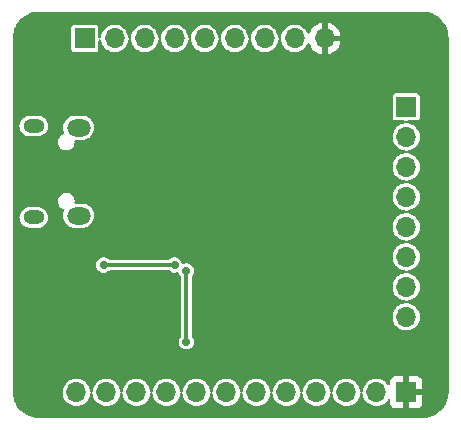
<source format=gbr>
%TF.GenerationSoftware,KiCad,Pcbnew,(6.0.6)*%
%TF.CreationDate,2022-07-26T20:01:32-05:00*%
%TF.ProjectId,Arduino_Clone,41726475-696e-46f5-9f43-6c6f6e652e6b,rev?*%
%TF.SameCoordinates,Original*%
%TF.FileFunction,Copper,L2,Bot*%
%TF.FilePolarity,Positive*%
%FSLAX46Y46*%
G04 Gerber Fmt 4.6, Leading zero omitted, Abs format (unit mm)*
G04 Created by KiCad (PCBNEW (6.0.6)) date 2022-07-26 20:01:32*
%MOMM*%
%LPD*%
G01*
G04 APERTURE LIST*
%TA.AperFunction,ComponentPad*%
%ADD10O,2.000000X1.450000*%
%TD*%
%TA.AperFunction,ComponentPad*%
%ADD11O,1.800000X1.150000*%
%TD*%
%TA.AperFunction,ComponentPad*%
%ADD12R,1.700000X1.700000*%
%TD*%
%TA.AperFunction,ComponentPad*%
%ADD13O,1.700000X1.700000*%
%TD*%
%TA.AperFunction,ViaPad*%
%ADD14C,0.700000*%
%TD*%
%TA.AperFunction,Conductor*%
%ADD15C,0.300000*%
%TD*%
G04 APERTURE END LIST*
D10*
%TO.P,J4,6,Shield*%
%TO.N,N/C*%
X125875000Y-35120000D03*
D11*
X122075000Y-34970000D03*
X122075000Y-42720000D03*
D10*
X125875000Y-42570000D03*
%TD*%
D12*
%TO.P,J3,1,Pin_1*%
%TO.N,GND*%
X153620000Y-57525000D03*
D13*
%TO.P,J3,2,Pin_2*%
%TO.N,/D5*%
X151080000Y-57525000D03*
%TO.P,J3,3,Pin_3*%
%TO.N,/D3*%
X148540000Y-57525000D03*
%TO.P,J3,4,Pin_4*%
%TO.N,/D2*%
X146000000Y-57525000D03*
%TO.P,J3,5,Pin_5*%
%TO.N,/D1*%
X143460000Y-57525000D03*
%TO.P,J3,6,Pin_6*%
%TO.N,/D0*%
X140920000Y-57525000D03*
%TO.P,J3,7,Pin_7*%
%TO.N,/B7*%
X138380000Y-57525000D03*
%TO.P,J3,8,Pin_8*%
%TO.N,/MISO*%
X135840000Y-57525000D03*
%TO.P,J3,9,Pin_9*%
%TO.N,/MOSI*%
X133300000Y-57525000D03*
%TO.P,J3,10,Pin_10*%
%TO.N,/SCLK*%
X130760000Y-57525000D03*
%TO.P,J3,11,Pin_11*%
%TO.N,/B0*%
X128220000Y-57525000D03*
%TO.P,J3,12,Pin_12*%
%TO.N,+3.3V*%
X125680000Y-57525000D03*
%TD*%
D12*
%TO.P,J1,1,Pin_1*%
%TO.N,+5V*%
X126390000Y-27570000D03*
D13*
%TO.P,J1,2,Pin_2*%
%TO.N,/AREF*%
X128930000Y-27570000D03*
%TO.P,J1,3,Pin_3*%
%TO.N,/F0*%
X131470000Y-27570000D03*
%TO.P,J1,4,Pin_4*%
%TO.N,/F1*%
X134010000Y-27570000D03*
%TO.P,J1,5,Pin_5*%
%TO.N,/F4*%
X136550000Y-27570000D03*
%TO.P,J1,6,Pin_6*%
%TO.N,/F5*%
X139090000Y-27570000D03*
%TO.P,J1,7,Pin_7*%
%TO.N,/F6*%
X141630000Y-27570000D03*
%TO.P,J1,8,Pin_8*%
%TO.N,/F7*%
X144170000Y-27570000D03*
%TO.P,J1,9,Pin_9*%
%TO.N,GND*%
X146710000Y-27570000D03*
%TD*%
D12*
%TO.P,J2,1,Pin_1*%
%TO.N,/C7*%
X153620000Y-33345000D03*
D13*
%TO.P,J2,2,Pin_2*%
%TO.N,/C6*%
X153620000Y-35885000D03*
%TO.P,J2,3,Pin_3*%
%TO.N,/B6*%
X153620000Y-38425000D03*
%TO.P,J2,4,Pin_4*%
%TO.N,/B5*%
X153620000Y-40965000D03*
%TO.P,J2,5,Pin_5*%
%TO.N,/B4*%
X153620000Y-43505000D03*
%TO.P,J2,6,Pin_6*%
%TO.N,/D7*%
X153620000Y-46045000D03*
%TO.P,J2,7,Pin_7*%
%TO.N,/D6*%
X153620000Y-48585000D03*
%TO.P,J2,8,Pin_8*%
%TO.N,/D4*%
X153620000Y-51125000D03*
%TD*%
D14*
%TO.N,GND*%
X149750000Y-49250000D03*
X137525000Y-49175000D03*
X139649841Y-49889403D03*
X141850000Y-53750000D03*
X129950000Y-43250000D03*
X142450000Y-54725000D03*
X131750000Y-34750000D03*
X133465344Y-47473358D03*
X138400000Y-44700000D03*
X121500000Y-55500000D03*
X121500000Y-44250000D03*
X133450000Y-52300000D03*
X135975000Y-39775000D03*
X127750000Y-40750000D03*
X136800000Y-36200000D03*
X143200000Y-36450000D03*
%TO.N,/B7*%
X135000000Y-47250000D03*
X135000000Y-53250000D03*
%TO.N,/RST*%
X134000000Y-46750000D03*
X128000000Y-46750000D03*
%TD*%
D15*
%TO.N,/B7*%
X135000000Y-47250000D02*
X135000000Y-53250000D01*
%TO.N,/RST*%
X134000000Y-46750000D02*
X128000000Y-46750000D01*
%TD*%
%TA.AperFunction,Conductor*%
%TO.N,GND*%
G36*
X154984391Y-25302384D02*
G01*
X155000000Y-25305136D01*
X155010684Y-25303252D01*
X155021534Y-25303252D01*
X155021534Y-25303290D01*
X155034184Y-25302568D01*
X155170216Y-25310796D01*
X155257639Y-25316084D01*
X155272495Y-25317889D01*
X155519000Y-25363062D01*
X155533538Y-25366645D01*
X155772789Y-25441200D01*
X155786789Y-25446509D01*
X156015320Y-25549361D01*
X156028579Y-25556320D01*
X156243039Y-25685967D01*
X156255362Y-25694473D01*
X156452636Y-25849027D01*
X156463844Y-25858957D01*
X156641043Y-26036156D01*
X156650973Y-26047364D01*
X156805527Y-26244638D01*
X156814033Y-26256961D01*
X156943680Y-26471421D01*
X156950639Y-26484680D01*
X157053491Y-26713211D01*
X157058800Y-26727211D01*
X157133355Y-26966462D01*
X157136938Y-26981000D01*
X157160897Y-27111736D01*
X157182111Y-27227501D01*
X157183916Y-27242361D01*
X157188612Y-27320000D01*
X157197432Y-27465816D01*
X157196710Y-27478466D01*
X157196748Y-27478466D01*
X157196748Y-27489316D01*
X157194864Y-27500000D01*
X157196748Y-27510683D01*
X157197616Y-27515606D01*
X157199500Y-27537139D01*
X157199500Y-57462861D01*
X157197616Y-57484391D01*
X157194864Y-57500000D01*
X157196748Y-57510684D01*
X157196748Y-57521534D01*
X157196710Y-57521534D01*
X157197432Y-57534184D01*
X157194330Y-57585470D01*
X157186722Y-57711253D01*
X157183916Y-57757635D01*
X157182111Y-57772495D01*
X157174496Y-57814051D01*
X157136939Y-58018998D01*
X157133355Y-58033538D01*
X157058800Y-58272789D01*
X157053491Y-58286789D01*
X156950639Y-58515320D01*
X156943680Y-58528579D01*
X156814033Y-58743039D01*
X156805527Y-58755362D01*
X156650973Y-58952636D01*
X156641043Y-58963844D01*
X156463844Y-59141043D01*
X156452636Y-59150973D01*
X156255362Y-59305527D01*
X156243039Y-59314033D01*
X156028579Y-59443680D01*
X156015320Y-59450639D01*
X155786789Y-59553491D01*
X155772789Y-59558800D01*
X155533538Y-59633355D01*
X155519000Y-59636938D01*
X155272495Y-59682111D01*
X155257639Y-59683916D01*
X155170216Y-59689204D01*
X155034184Y-59697432D01*
X155021534Y-59696710D01*
X155021534Y-59696748D01*
X155010684Y-59696748D01*
X155000000Y-59694864D01*
X154984391Y-59697616D01*
X154962861Y-59699500D01*
X122537139Y-59699500D01*
X122515609Y-59697616D01*
X122500000Y-59694864D01*
X122489316Y-59696748D01*
X122478466Y-59696748D01*
X122478466Y-59696710D01*
X122465816Y-59697432D01*
X122329784Y-59689204D01*
X122242361Y-59683916D01*
X122227505Y-59682111D01*
X121981000Y-59636938D01*
X121966462Y-59633355D01*
X121727211Y-59558800D01*
X121713211Y-59553491D01*
X121484680Y-59450639D01*
X121471421Y-59443680D01*
X121256961Y-59314033D01*
X121244638Y-59305527D01*
X121047364Y-59150973D01*
X121036156Y-59141043D01*
X120858957Y-58963844D01*
X120849027Y-58952636D01*
X120694473Y-58755362D01*
X120685967Y-58743039D01*
X120556320Y-58528579D01*
X120549361Y-58515320D01*
X120446509Y-58286789D01*
X120441200Y-58272789D01*
X120366645Y-58033538D01*
X120363061Y-58018998D01*
X120325504Y-57814051D01*
X120317889Y-57772495D01*
X120316084Y-57757635D01*
X120313279Y-57711253D01*
X120305670Y-57585470D01*
X120302568Y-57534184D01*
X120303290Y-57521534D01*
X120303252Y-57521534D01*
X120303252Y-57510684D01*
X120305136Y-57500000D01*
X120304211Y-57494754D01*
X124524967Y-57494754D01*
X124525338Y-57500416D01*
X124525338Y-57500420D01*
X124529488Y-57563736D01*
X124538796Y-57705749D01*
X124590845Y-57910690D01*
X124593219Y-57915841D01*
X124593221Y-57915845D01*
X124676991Y-58097556D01*
X124679369Y-58102714D01*
X124801405Y-58275391D01*
X124952865Y-58422937D01*
X124957588Y-58426093D01*
X124957592Y-58426096D01*
X125028663Y-58473584D01*
X125128677Y-58540411D01*
X125322953Y-58623878D01*
X125386283Y-58638208D01*
X125523638Y-58669289D01*
X125523642Y-58669290D01*
X125529186Y-58670544D01*
X125655651Y-58675513D01*
X125734789Y-58678623D01*
X125734791Y-58678623D01*
X125740470Y-58678846D01*
X125746090Y-58678031D01*
X125746092Y-58678031D01*
X125944103Y-58649320D01*
X125944104Y-58649320D01*
X125949730Y-58648504D01*
X126028890Y-58621633D01*
X126144565Y-58582367D01*
X126144568Y-58582366D01*
X126149955Y-58580537D01*
X126154916Y-58577759D01*
X126154922Y-58577756D01*
X126310275Y-58490753D01*
X126334442Y-58477219D01*
X126497012Y-58342012D01*
X126548626Y-58279953D01*
X126628584Y-58183813D01*
X126628585Y-58183811D01*
X126632219Y-58179442D01*
X126678078Y-58097556D01*
X126732756Y-57999922D01*
X126732759Y-57999916D01*
X126735537Y-57994955D01*
X126766009Y-57905189D01*
X126801675Y-57800118D01*
X126803504Y-57794730D01*
X126805954Y-57777831D01*
X126827820Y-57627033D01*
X126856921Y-57563512D01*
X126910225Y-57529346D01*
X126990974Y-57529346D01*
X127044347Y-57563736D01*
X127073296Y-57627327D01*
X127074271Y-57636707D01*
X127078796Y-57705749D01*
X127130845Y-57910690D01*
X127133219Y-57915841D01*
X127133221Y-57915845D01*
X127216991Y-58097556D01*
X127219369Y-58102714D01*
X127341405Y-58275391D01*
X127492865Y-58422937D01*
X127497588Y-58426093D01*
X127497592Y-58426096D01*
X127568663Y-58473584D01*
X127668677Y-58540411D01*
X127862953Y-58623878D01*
X127926283Y-58638208D01*
X128063638Y-58669289D01*
X128063642Y-58669290D01*
X128069186Y-58670544D01*
X128195651Y-58675513D01*
X128274789Y-58678623D01*
X128274791Y-58678623D01*
X128280470Y-58678846D01*
X128286090Y-58678031D01*
X128286092Y-58678031D01*
X128484103Y-58649320D01*
X128484104Y-58649320D01*
X128489730Y-58648504D01*
X128568890Y-58621633D01*
X128684565Y-58582367D01*
X128684568Y-58582366D01*
X128689955Y-58580537D01*
X128694916Y-58577759D01*
X128694922Y-58577756D01*
X128850275Y-58490753D01*
X128874442Y-58477219D01*
X129037012Y-58342012D01*
X129088626Y-58279953D01*
X129168584Y-58183813D01*
X129168585Y-58183811D01*
X129172219Y-58179442D01*
X129218078Y-58097556D01*
X129272756Y-57999922D01*
X129272759Y-57999916D01*
X129275537Y-57994955D01*
X129306009Y-57905189D01*
X129341675Y-57800118D01*
X129343504Y-57794730D01*
X129345954Y-57777831D01*
X129367820Y-57627033D01*
X129396921Y-57563512D01*
X129450225Y-57529346D01*
X129530974Y-57529346D01*
X129584347Y-57563736D01*
X129613296Y-57627327D01*
X129614271Y-57636707D01*
X129618796Y-57705749D01*
X129670845Y-57910690D01*
X129673219Y-57915841D01*
X129673221Y-57915845D01*
X129756991Y-58097556D01*
X129759369Y-58102714D01*
X129881405Y-58275391D01*
X130032865Y-58422937D01*
X130037588Y-58426093D01*
X130037592Y-58426096D01*
X130108663Y-58473584D01*
X130208677Y-58540411D01*
X130402953Y-58623878D01*
X130466283Y-58638208D01*
X130603638Y-58669289D01*
X130603642Y-58669290D01*
X130609186Y-58670544D01*
X130735651Y-58675513D01*
X130814789Y-58678623D01*
X130814791Y-58678623D01*
X130820470Y-58678846D01*
X130826090Y-58678031D01*
X130826092Y-58678031D01*
X131024103Y-58649320D01*
X131024104Y-58649320D01*
X131029730Y-58648504D01*
X131108890Y-58621633D01*
X131224565Y-58582367D01*
X131224568Y-58582366D01*
X131229955Y-58580537D01*
X131234916Y-58577759D01*
X131234922Y-58577756D01*
X131390275Y-58490753D01*
X131414442Y-58477219D01*
X131577012Y-58342012D01*
X131628626Y-58279953D01*
X131708584Y-58183813D01*
X131708585Y-58183811D01*
X131712219Y-58179442D01*
X131758078Y-58097556D01*
X131812756Y-57999922D01*
X131812759Y-57999916D01*
X131815537Y-57994955D01*
X131846009Y-57905189D01*
X131881675Y-57800118D01*
X131883504Y-57794730D01*
X131885954Y-57777831D01*
X131907820Y-57627033D01*
X131936921Y-57563512D01*
X131990225Y-57529346D01*
X132070974Y-57529346D01*
X132124347Y-57563736D01*
X132153296Y-57627327D01*
X132154271Y-57636707D01*
X132158796Y-57705749D01*
X132210845Y-57910690D01*
X132213219Y-57915841D01*
X132213221Y-57915845D01*
X132296991Y-58097556D01*
X132299369Y-58102714D01*
X132421405Y-58275391D01*
X132572865Y-58422937D01*
X132577588Y-58426093D01*
X132577592Y-58426096D01*
X132648663Y-58473584D01*
X132748677Y-58540411D01*
X132942953Y-58623878D01*
X133006283Y-58638208D01*
X133143638Y-58669289D01*
X133143642Y-58669290D01*
X133149186Y-58670544D01*
X133275651Y-58675513D01*
X133354789Y-58678623D01*
X133354791Y-58678623D01*
X133360470Y-58678846D01*
X133366090Y-58678031D01*
X133366092Y-58678031D01*
X133564103Y-58649320D01*
X133564104Y-58649320D01*
X133569730Y-58648504D01*
X133648890Y-58621633D01*
X133764565Y-58582367D01*
X133764568Y-58582366D01*
X133769955Y-58580537D01*
X133774916Y-58577759D01*
X133774922Y-58577756D01*
X133930275Y-58490753D01*
X133954442Y-58477219D01*
X134117012Y-58342012D01*
X134168626Y-58279953D01*
X134248584Y-58183813D01*
X134248585Y-58183811D01*
X134252219Y-58179442D01*
X134298078Y-58097556D01*
X134352756Y-57999922D01*
X134352759Y-57999916D01*
X134355537Y-57994955D01*
X134386009Y-57905189D01*
X134421675Y-57800118D01*
X134423504Y-57794730D01*
X134425954Y-57777831D01*
X134447820Y-57627033D01*
X134476921Y-57563512D01*
X134530225Y-57529346D01*
X134610974Y-57529346D01*
X134664347Y-57563736D01*
X134693296Y-57627327D01*
X134694271Y-57636707D01*
X134698796Y-57705749D01*
X134750845Y-57910690D01*
X134753219Y-57915841D01*
X134753221Y-57915845D01*
X134836991Y-58097556D01*
X134839369Y-58102714D01*
X134961405Y-58275391D01*
X135112865Y-58422937D01*
X135117588Y-58426093D01*
X135117592Y-58426096D01*
X135188663Y-58473584D01*
X135288677Y-58540411D01*
X135482953Y-58623878D01*
X135546283Y-58638208D01*
X135683638Y-58669289D01*
X135683642Y-58669290D01*
X135689186Y-58670544D01*
X135815651Y-58675513D01*
X135894789Y-58678623D01*
X135894791Y-58678623D01*
X135900470Y-58678846D01*
X135906090Y-58678031D01*
X135906092Y-58678031D01*
X136104103Y-58649320D01*
X136104104Y-58649320D01*
X136109730Y-58648504D01*
X136188890Y-58621633D01*
X136304565Y-58582367D01*
X136304568Y-58582366D01*
X136309955Y-58580537D01*
X136314916Y-58577759D01*
X136314922Y-58577756D01*
X136470275Y-58490753D01*
X136494442Y-58477219D01*
X136657012Y-58342012D01*
X136708626Y-58279953D01*
X136788584Y-58183813D01*
X136788585Y-58183811D01*
X136792219Y-58179442D01*
X136838078Y-58097556D01*
X136892756Y-57999922D01*
X136892759Y-57999916D01*
X136895537Y-57994955D01*
X136926009Y-57905189D01*
X136961675Y-57800118D01*
X136963504Y-57794730D01*
X136965954Y-57777831D01*
X136987820Y-57627033D01*
X137016921Y-57563512D01*
X137070225Y-57529346D01*
X137150974Y-57529346D01*
X137204347Y-57563736D01*
X137233296Y-57627327D01*
X137234271Y-57636707D01*
X137238796Y-57705749D01*
X137290845Y-57910690D01*
X137293219Y-57915841D01*
X137293221Y-57915845D01*
X137376991Y-58097556D01*
X137379369Y-58102714D01*
X137501405Y-58275391D01*
X137652865Y-58422937D01*
X137657588Y-58426093D01*
X137657592Y-58426096D01*
X137728663Y-58473584D01*
X137828677Y-58540411D01*
X138022953Y-58623878D01*
X138086283Y-58638208D01*
X138223638Y-58669289D01*
X138223642Y-58669290D01*
X138229186Y-58670544D01*
X138355651Y-58675513D01*
X138434789Y-58678623D01*
X138434791Y-58678623D01*
X138440470Y-58678846D01*
X138446090Y-58678031D01*
X138446092Y-58678031D01*
X138644103Y-58649320D01*
X138644104Y-58649320D01*
X138649730Y-58648504D01*
X138728890Y-58621633D01*
X138844565Y-58582367D01*
X138844568Y-58582366D01*
X138849955Y-58580537D01*
X138854916Y-58577759D01*
X138854922Y-58577756D01*
X139010275Y-58490753D01*
X139034442Y-58477219D01*
X139197012Y-58342012D01*
X139248626Y-58279953D01*
X139328584Y-58183813D01*
X139328585Y-58183811D01*
X139332219Y-58179442D01*
X139378078Y-58097556D01*
X139432756Y-57999922D01*
X139432759Y-57999916D01*
X139435537Y-57994955D01*
X139466009Y-57905189D01*
X139501675Y-57800118D01*
X139503504Y-57794730D01*
X139505954Y-57777831D01*
X139527820Y-57627033D01*
X139556921Y-57563512D01*
X139610225Y-57529346D01*
X139690974Y-57529346D01*
X139744347Y-57563736D01*
X139773296Y-57627327D01*
X139774271Y-57636707D01*
X139778796Y-57705749D01*
X139830845Y-57910690D01*
X139833219Y-57915841D01*
X139833221Y-57915845D01*
X139916991Y-58097556D01*
X139919369Y-58102714D01*
X140041405Y-58275391D01*
X140192865Y-58422937D01*
X140197588Y-58426093D01*
X140197592Y-58426096D01*
X140268663Y-58473584D01*
X140368677Y-58540411D01*
X140562953Y-58623878D01*
X140626283Y-58638208D01*
X140763638Y-58669289D01*
X140763642Y-58669290D01*
X140769186Y-58670544D01*
X140895651Y-58675513D01*
X140974789Y-58678623D01*
X140974791Y-58678623D01*
X140980470Y-58678846D01*
X140986090Y-58678031D01*
X140986092Y-58678031D01*
X141184103Y-58649320D01*
X141184104Y-58649320D01*
X141189730Y-58648504D01*
X141268890Y-58621633D01*
X141384565Y-58582367D01*
X141384568Y-58582366D01*
X141389955Y-58580537D01*
X141394916Y-58577759D01*
X141394922Y-58577756D01*
X141550275Y-58490753D01*
X141574442Y-58477219D01*
X141737012Y-58342012D01*
X141788626Y-58279953D01*
X141868584Y-58183813D01*
X141868585Y-58183811D01*
X141872219Y-58179442D01*
X141918078Y-58097556D01*
X141972756Y-57999922D01*
X141972759Y-57999916D01*
X141975537Y-57994955D01*
X142006009Y-57905189D01*
X142041675Y-57800118D01*
X142043504Y-57794730D01*
X142045954Y-57777831D01*
X142067820Y-57627033D01*
X142096921Y-57563512D01*
X142150225Y-57529346D01*
X142230974Y-57529346D01*
X142284347Y-57563736D01*
X142313296Y-57627327D01*
X142314271Y-57636707D01*
X142318796Y-57705749D01*
X142370845Y-57910690D01*
X142373219Y-57915841D01*
X142373221Y-57915845D01*
X142456991Y-58097556D01*
X142459369Y-58102714D01*
X142581405Y-58275391D01*
X142732865Y-58422937D01*
X142737588Y-58426093D01*
X142737592Y-58426096D01*
X142808663Y-58473584D01*
X142908677Y-58540411D01*
X143102953Y-58623878D01*
X143166283Y-58638208D01*
X143303638Y-58669289D01*
X143303642Y-58669290D01*
X143309186Y-58670544D01*
X143435651Y-58675513D01*
X143514789Y-58678623D01*
X143514791Y-58678623D01*
X143520470Y-58678846D01*
X143526090Y-58678031D01*
X143526092Y-58678031D01*
X143724103Y-58649320D01*
X143724104Y-58649320D01*
X143729730Y-58648504D01*
X143808890Y-58621633D01*
X143924565Y-58582367D01*
X143924568Y-58582366D01*
X143929955Y-58580537D01*
X143934916Y-58577759D01*
X143934922Y-58577756D01*
X144090275Y-58490753D01*
X144114442Y-58477219D01*
X144277012Y-58342012D01*
X144328626Y-58279953D01*
X144408584Y-58183813D01*
X144408585Y-58183811D01*
X144412219Y-58179442D01*
X144458078Y-58097556D01*
X144512756Y-57999922D01*
X144512759Y-57999916D01*
X144515537Y-57994955D01*
X144546009Y-57905189D01*
X144581675Y-57800118D01*
X144583504Y-57794730D01*
X144585954Y-57777831D01*
X144607820Y-57627033D01*
X144636921Y-57563512D01*
X144690225Y-57529346D01*
X144770974Y-57529346D01*
X144824347Y-57563736D01*
X144853296Y-57627327D01*
X144854271Y-57636707D01*
X144858796Y-57705749D01*
X144910845Y-57910690D01*
X144913219Y-57915841D01*
X144913221Y-57915845D01*
X144996991Y-58097556D01*
X144999369Y-58102714D01*
X145121405Y-58275391D01*
X145272865Y-58422937D01*
X145277588Y-58426093D01*
X145277592Y-58426096D01*
X145348663Y-58473584D01*
X145448677Y-58540411D01*
X145642953Y-58623878D01*
X145706283Y-58638208D01*
X145843638Y-58669289D01*
X145843642Y-58669290D01*
X145849186Y-58670544D01*
X145975651Y-58675513D01*
X146054789Y-58678623D01*
X146054791Y-58678623D01*
X146060470Y-58678846D01*
X146066090Y-58678031D01*
X146066092Y-58678031D01*
X146264103Y-58649320D01*
X146264104Y-58649320D01*
X146269730Y-58648504D01*
X146348890Y-58621633D01*
X146464565Y-58582367D01*
X146464568Y-58582366D01*
X146469955Y-58580537D01*
X146474916Y-58577759D01*
X146474922Y-58577756D01*
X146630275Y-58490753D01*
X146654442Y-58477219D01*
X146817012Y-58342012D01*
X146868626Y-58279953D01*
X146948584Y-58183813D01*
X146948585Y-58183811D01*
X146952219Y-58179442D01*
X146998078Y-58097556D01*
X147052756Y-57999922D01*
X147052759Y-57999916D01*
X147055537Y-57994955D01*
X147086009Y-57905189D01*
X147121675Y-57800118D01*
X147123504Y-57794730D01*
X147125954Y-57777831D01*
X147147820Y-57627033D01*
X147176921Y-57563512D01*
X147230225Y-57529346D01*
X147310974Y-57529346D01*
X147364347Y-57563736D01*
X147393296Y-57627327D01*
X147394271Y-57636707D01*
X147398796Y-57705749D01*
X147450845Y-57910690D01*
X147453219Y-57915841D01*
X147453221Y-57915845D01*
X147536991Y-58097556D01*
X147539369Y-58102714D01*
X147661405Y-58275391D01*
X147812865Y-58422937D01*
X147817588Y-58426093D01*
X147817592Y-58426096D01*
X147888663Y-58473584D01*
X147988677Y-58540411D01*
X148182953Y-58623878D01*
X148246283Y-58638208D01*
X148383638Y-58669289D01*
X148383642Y-58669290D01*
X148389186Y-58670544D01*
X148515651Y-58675513D01*
X148594789Y-58678623D01*
X148594791Y-58678623D01*
X148600470Y-58678846D01*
X148606090Y-58678031D01*
X148606092Y-58678031D01*
X148804103Y-58649320D01*
X148804104Y-58649320D01*
X148809730Y-58648504D01*
X148888890Y-58621633D01*
X149004565Y-58582367D01*
X149004568Y-58582366D01*
X149009955Y-58580537D01*
X149014916Y-58577759D01*
X149014922Y-58577756D01*
X149170275Y-58490753D01*
X149194442Y-58477219D01*
X149357012Y-58342012D01*
X149408626Y-58279953D01*
X149488584Y-58183813D01*
X149488585Y-58183811D01*
X149492219Y-58179442D01*
X149538078Y-58097556D01*
X149592756Y-57999922D01*
X149592759Y-57999916D01*
X149595537Y-57994955D01*
X149626009Y-57905189D01*
X149661675Y-57800118D01*
X149663504Y-57794730D01*
X149665954Y-57777831D01*
X149687820Y-57627033D01*
X149716921Y-57563512D01*
X149770225Y-57529346D01*
X149850974Y-57529346D01*
X149904347Y-57563736D01*
X149933296Y-57627327D01*
X149934271Y-57636707D01*
X149938796Y-57705749D01*
X149990845Y-57910690D01*
X149993219Y-57915841D01*
X149993221Y-57915845D01*
X150076991Y-58097556D01*
X150079369Y-58102714D01*
X150201405Y-58275391D01*
X150352865Y-58422937D01*
X150357588Y-58426093D01*
X150357592Y-58426096D01*
X150428663Y-58473584D01*
X150528677Y-58540411D01*
X150722953Y-58623878D01*
X150786283Y-58638208D01*
X150923638Y-58669289D01*
X150923642Y-58669290D01*
X150929186Y-58670544D01*
X151055651Y-58675513D01*
X151134789Y-58678623D01*
X151134791Y-58678623D01*
X151140470Y-58678846D01*
X151146090Y-58678031D01*
X151146092Y-58678031D01*
X151344103Y-58649320D01*
X151344104Y-58649320D01*
X151349730Y-58648504D01*
X151428890Y-58621633D01*
X151544565Y-58582367D01*
X151544568Y-58582366D01*
X151549955Y-58580537D01*
X151554916Y-58577759D01*
X151554922Y-58577756D01*
X151710275Y-58490753D01*
X151734442Y-58477219D01*
X151897012Y-58342012D01*
X151948626Y-58279953D01*
X152028584Y-58183813D01*
X152028585Y-58183811D01*
X152032219Y-58179442D01*
X152037812Y-58169455D01*
X152087743Y-58120583D01*
X152156171Y-58106464D01*
X152221370Y-58131581D01*
X152262640Y-58187960D01*
X152270000Y-58230046D01*
X152270000Y-58418972D01*
X152270363Y-58425669D01*
X152275803Y-58475744D01*
X152279371Y-58490753D01*
X152323817Y-58609311D01*
X152332212Y-58624646D01*
X152407516Y-58725124D01*
X152419876Y-58737484D01*
X152520354Y-58812788D01*
X152535689Y-58821183D01*
X152654247Y-58865629D01*
X152669256Y-58869197D01*
X152719331Y-58874637D01*
X152726028Y-58875000D01*
X153352170Y-58875000D01*
X153367169Y-58870596D01*
X153368356Y-58869226D01*
X153370000Y-58861668D01*
X153370000Y-58857170D01*
X153870000Y-58857170D01*
X153874404Y-58872169D01*
X153875774Y-58873356D01*
X153883332Y-58875000D01*
X154513972Y-58875000D01*
X154520669Y-58874637D01*
X154570744Y-58869197D01*
X154585753Y-58865629D01*
X154704311Y-58821183D01*
X154719646Y-58812788D01*
X154820124Y-58737484D01*
X154832484Y-58725124D01*
X154907788Y-58624646D01*
X154916183Y-58609311D01*
X154960629Y-58490753D01*
X154964197Y-58475744D01*
X154969637Y-58425669D01*
X154970000Y-58418972D01*
X154970000Y-57792830D01*
X154965596Y-57777831D01*
X154964226Y-57776644D01*
X154956668Y-57775000D01*
X153887830Y-57775000D01*
X153872831Y-57779404D01*
X153871644Y-57780774D01*
X153870000Y-57788332D01*
X153870000Y-58857170D01*
X153370000Y-58857170D01*
X153370000Y-57257170D01*
X153870000Y-57257170D01*
X153874404Y-57272169D01*
X153875774Y-57273356D01*
X153883332Y-57275000D01*
X154952170Y-57275000D01*
X154967169Y-57270596D01*
X154968356Y-57269226D01*
X154970000Y-57261668D01*
X154970000Y-56631028D01*
X154969637Y-56624331D01*
X154964197Y-56574256D01*
X154960629Y-56559247D01*
X154916183Y-56440689D01*
X154907788Y-56425354D01*
X154832484Y-56324876D01*
X154820124Y-56312516D01*
X154719646Y-56237212D01*
X154704311Y-56228817D01*
X154585753Y-56184371D01*
X154570744Y-56180803D01*
X154520669Y-56175363D01*
X154513972Y-56175000D01*
X153887830Y-56175000D01*
X153872831Y-56179404D01*
X153871644Y-56180774D01*
X153870000Y-56188332D01*
X153870000Y-57257170D01*
X153370000Y-57257170D01*
X153370000Y-56192830D01*
X153365596Y-56177831D01*
X153364226Y-56176644D01*
X153356668Y-56175000D01*
X152726028Y-56175000D01*
X152719331Y-56175363D01*
X152669256Y-56180803D01*
X152654247Y-56184371D01*
X152535689Y-56228817D01*
X152520354Y-56237212D01*
X152419876Y-56312516D01*
X152407516Y-56324876D01*
X152332212Y-56425354D01*
X152323817Y-56440689D01*
X152279371Y-56559247D01*
X152275803Y-56574256D01*
X152270363Y-56624331D01*
X152270000Y-56631028D01*
X152270000Y-56822295D01*
X152250315Y-56889334D01*
X152197511Y-56935089D01*
X152128353Y-56945033D01*
X152064797Y-56916008D01*
X152046645Y-56896487D01*
X151942056Y-56756426D01*
X151942050Y-56756419D01*
X151938651Y-56751867D01*
X151934481Y-56748012D01*
X151934478Y-56748009D01*
X151870319Y-56688702D01*
X151783381Y-56608337D01*
X151729366Y-56574256D01*
X151609363Y-56498539D01*
X151609361Y-56498538D01*
X151604554Y-56495505D01*
X151408160Y-56417152D01*
X151402579Y-56416042D01*
X151402576Y-56416041D01*
X151304467Y-56396526D01*
X151200775Y-56375901D01*
X151195088Y-56375827D01*
X151195083Y-56375826D01*
X150995034Y-56373207D01*
X150995029Y-56373207D01*
X150989346Y-56373133D01*
X150983742Y-56374096D01*
X150983741Y-56374096D01*
X150786550Y-56407979D01*
X150786547Y-56407980D01*
X150780953Y-56408941D01*
X150582575Y-56482127D01*
X150577697Y-56485029D01*
X150577695Y-56485030D01*
X150405740Y-56587332D01*
X150405737Y-56587334D01*
X150400856Y-56590238D01*
X150241881Y-56729655D01*
X150238362Y-56734119D01*
X150238359Y-56734122D01*
X150179731Y-56808492D01*
X150110976Y-56895708D01*
X150012523Y-57082836D01*
X149949820Y-57284773D01*
X149932851Y-57428140D01*
X149905425Y-57492398D01*
X149850974Y-57529346D01*
X149770225Y-57529346D01*
X149770667Y-57529063D01*
X149718057Y-57497081D01*
X149687453Y-57434271D01*
X149686232Y-57424909D01*
X149676601Y-57320100D01*
X149676081Y-57314440D01*
X149618686Y-57110931D01*
X149525165Y-56921290D01*
X149398651Y-56751867D01*
X149394481Y-56748012D01*
X149394478Y-56748009D01*
X149330319Y-56688702D01*
X149243381Y-56608337D01*
X149189366Y-56574256D01*
X149069363Y-56498539D01*
X149069361Y-56498538D01*
X149064554Y-56495505D01*
X148868160Y-56417152D01*
X148862579Y-56416042D01*
X148862576Y-56416041D01*
X148764467Y-56396526D01*
X148660775Y-56375901D01*
X148655088Y-56375827D01*
X148655083Y-56375826D01*
X148455034Y-56373207D01*
X148455029Y-56373207D01*
X148449346Y-56373133D01*
X148443742Y-56374096D01*
X148443741Y-56374096D01*
X148246550Y-56407979D01*
X148246547Y-56407980D01*
X148240953Y-56408941D01*
X148042575Y-56482127D01*
X148037697Y-56485029D01*
X148037695Y-56485030D01*
X147865740Y-56587332D01*
X147865737Y-56587334D01*
X147860856Y-56590238D01*
X147701881Y-56729655D01*
X147698362Y-56734119D01*
X147698359Y-56734122D01*
X147639731Y-56808492D01*
X147570976Y-56895708D01*
X147472523Y-57082836D01*
X147409820Y-57284773D01*
X147392851Y-57428140D01*
X147365425Y-57492398D01*
X147310974Y-57529346D01*
X147230225Y-57529346D01*
X147230667Y-57529063D01*
X147178057Y-57497081D01*
X147147453Y-57434271D01*
X147146232Y-57424909D01*
X147136601Y-57320100D01*
X147136081Y-57314440D01*
X147078686Y-57110931D01*
X146985165Y-56921290D01*
X146858651Y-56751867D01*
X146854481Y-56748012D01*
X146854478Y-56748009D01*
X146790319Y-56688702D01*
X146703381Y-56608337D01*
X146649366Y-56574256D01*
X146529363Y-56498539D01*
X146529361Y-56498538D01*
X146524554Y-56495505D01*
X146328160Y-56417152D01*
X146322579Y-56416042D01*
X146322576Y-56416041D01*
X146224467Y-56396526D01*
X146120775Y-56375901D01*
X146115088Y-56375827D01*
X146115083Y-56375826D01*
X145915034Y-56373207D01*
X145915029Y-56373207D01*
X145909346Y-56373133D01*
X145903742Y-56374096D01*
X145903741Y-56374096D01*
X145706550Y-56407979D01*
X145706547Y-56407980D01*
X145700953Y-56408941D01*
X145502575Y-56482127D01*
X145497697Y-56485029D01*
X145497695Y-56485030D01*
X145325740Y-56587332D01*
X145325737Y-56587334D01*
X145320856Y-56590238D01*
X145161881Y-56729655D01*
X145158362Y-56734119D01*
X145158359Y-56734122D01*
X145099731Y-56808492D01*
X145030976Y-56895708D01*
X144932523Y-57082836D01*
X144869820Y-57284773D01*
X144852851Y-57428140D01*
X144825425Y-57492398D01*
X144770974Y-57529346D01*
X144690225Y-57529346D01*
X144690667Y-57529063D01*
X144638057Y-57497081D01*
X144607453Y-57434271D01*
X144606232Y-57424909D01*
X144596601Y-57320100D01*
X144596081Y-57314440D01*
X144538686Y-57110931D01*
X144445165Y-56921290D01*
X144318651Y-56751867D01*
X144314481Y-56748012D01*
X144314478Y-56748009D01*
X144250319Y-56688702D01*
X144163381Y-56608337D01*
X144109366Y-56574256D01*
X143989363Y-56498539D01*
X143989361Y-56498538D01*
X143984554Y-56495505D01*
X143788160Y-56417152D01*
X143782579Y-56416042D01*
X143782576Y-56416041D01*
X143684467Y-56396526D01*
X143580775Y-56375901D01*
X143575088Y-56375827D01*
X143575083Y-56375826D01*
X143375034Y-56373207D01*
X143375029Y-56373207D01*
X143369346Y-56373133D01*
X143363742Y-56374096D01*
X143363741Y-56374096D01*
X143166550Y-56407979D01*
X143166547Y-56407980D01*
X143160953Y-56408941D01*
X142962575Y-56482127D01*
X142957697Y-56485029D01*
X142957695Y-56485030D01*
X142785740Y-56587332D01*
X142785737Y-56587334D01*
X142780856Y-56590238D01*
X142621881Y-56729655D01*
X142618362Y-56734119D01*
X142618359Y-56734122D01*
X142559731Y-56808492D01*
X142490976Y-56895708D01*
X142392523Y-57082836D01*
X142329820Y-57284773D01*
X142312851Y-57428140D01*
X142285425Y-57492398D01*
X142230974Y-57529346D01*
X142150225Y-57529346D01*
X142150667Y-57529063D01*
X142098057Y-57497081D01*
X142067453Y-57434271D01*
X142066232Y-57424909D01*
X142056601Y-57320100D01*
X142056081Y-57314440D01*
X141998686Y-57110931D01*
X141905165Y-56921290D01*
X141778651Y-56751867D01*
X141774481Y-56748012D01*
X141774478Y-56748009D01*
X141710319Y-56688702D01*
X141623381Y-56608337D01*
X141569366Y-56574256D01*
X141449363Y-56498539D01*
X141449361Y-56498538D01*
X141444554Y-56495505D01*
X141248160Y-56417152D01*
X141242579Y-56416042D01*
X141242576Y-56416041D01*
X141144467Y-56396526D01*
X141040775Y-56375901D01*
X141035088Y-56375827D01*
X141035083Y-56375826D01*
X140835034Y-56373207D01*
X140835029Y-56373207D01*
X140829346Y-56373133D01*
X140823742Y-56374096D01*
X140823741Y-56374096D01*
X140626550Y-56407979D01*
X140626547Y-56407980D01*
X140620953Y-56408941D01*
X140422575Y-56482127D01*
X140417697Y-56485029D01*
X140417695Y-56485030D01*
X140245740Y-56587332D01*
X140245737Y-56587334D01*
X140240856Y-56590238D01*
X140081881Y-56729655D01*
X140078362Y-56734119D01*
X140078359Y-56734122D01*
X140019731Y-56808492D01*
X139950976Y-56895708D01*
X139852523Y-57082836D01*
X139789820Y-57284773D01*
X139772851Y-57428140D01*
X139745425Y-57492398D01*
X139690974Y-57529346D01*
X139610225Y-57529346D01*
X139610667Y-57529063D01*
X139558057Y-57497081D01*
X139527453Y-57434271D01*
X139526232Y-57424909D01*
X139516601Y-57320100D01*
X139516081Y-57314440D01*
X139458686Y-57110931D01*
X139365165Y-56921290D01*
X139238651Y-56751867D01*
X139234481Y-56748012D01*
X139234478Y-56748009D01*
X139170319Y-56688702D01*
X139083381Y-56608337D01*
X139029366Y-56574256D01*
X138909363Y-56498539D01*
X138909361Y-56498538D01*
X138904554Y-56495505D01*
X138708160Y-56417152D01*
X138702579Y-56416042D01*
X138702576Y-56416041D01*
X138604467Y-56396526D01*
X138500775Y-56375901D01*
X138495088Y-56375827D01*
X138495083Y-56375826D01*
X138295034Y-56373207D01*
X138295029Y-56373207D01*
X138289346Y-56373133D01*
X138283742Y-56374096D01*
X138283741Y-56374096D01*
X138086550Y-56407979D01*
X138086547Y-56407980D01*
X138080953Y-56408941D01*
X137882575Y-56482127D01*
X137877697Y-56485029D01*
X137877695Y-56485030D01*
X137705740Y-56587332D01*
X137705737Y-56587334D01*
X137700856Y-56590238D01*
X137541881Y-56729655D01*
X137538362Y-56734119D01*
X137538359Y-56734122D01*
X137479731Y-56808492D01*
X137410976Y-56895708D01*
X137312523Y-57082836D01*
X137249820Y-57284773D01*
X137232851Y-57428140D01*
X137205425Y-57492398D01*
X137150974Y-57529346D01*
X137070225Y-57529346D01*
X137070667Y-57529063D01*
X137018057Y-57497081D01*
X136987453Y-57434271D01*
X136986232Y-57424909D01*
X136976601Y-57320100D01*
X136976081Y-57314440D01*
X136918686Y-57110931D01*
X136825165Y-56921290D01*
X136698651Y-56751867D01*
X136694481Y-56748012D01*
X136694478Y-56748009D01*
X136630319Y-56688702D01*
X136543381Y-56608337D01*
X136489366Y-56574256D01*
X136369363Y-56498539D01*
X136369361Y-56498538D01*
X136364554Y-56495505D01*
X136168160Y-56417152D01*
X136162579Y-56416042D01*
X136162576Y-56416041D01*
X136064467Y-56396526D01*
X135960775Y-56375901D01*
X135955088Y-56375827D01*
X135955083Y-56375826D01*
X135755034Y-56373207D01*
X135755029Y-56373207D01*
X135749346Y-56373133D01*
X135743742Y-56374096D01*
X135743741Y-56374096D01*
X135546550Y-56407979D01*
X135546547Y-56407980D01*
X135540953Y-56408941D01*
X135342575Y-56482127D01*
X135337697Y-56485029D01*
X135337695Y-56485030D01*
X135165740Y-56587332D01*
X135165737Y-56587334D01*
X135160856Y-56590238D01*
X135001881Y-56729655D01*
X134998362Y-56734119D01*
X134998359Y-56734122D01*
X134939731Y-56808492D01*
X134870976Y-56895708D01*
X134772523Y-57082836D01*
X134709820Y-57284773D01*
X134692851Y-57428140D01*
X134665425Y-57492398D01*
X134610974Y-57529346D01*
X134530225Y-57529346D01*
X134530667Y-57529063D01*
X134478057Y-57497081D01*
X134447453Y-57434271D01*
X134446232Y-57424909D01*
X134436601Y-57320100D01*
X134436081Y-57314440D01*
X134378686Y-57110931D01*
X134285165Y-56921290D01*
X134158651Y-56751867D01*
X134154481Y-56748012D01*
X134154478Y-56748009D01*
X134090319Y-56688702D01*
X134003381Y-56608337D01*
X133949366Y-56574256D01*
X133829363Y-56498539D01*
X133829361Y-56498538D01*
X133824554Y-56495505D01*
X133628160Y-56417152D01*
X133622579Y-56416042D01*
X133622576Y-56416041D01*
X133524467Y-56396526D01*
X133420775Y-56375901D01*
X133415088Y-56375827D01*
X133415083Y-56375826D01*
X133215034Y-56373207D01*
X133215029Y-56373207D01*
X133209346Y-56373133D01*
X133203742Y-56374096D01*
X133203741Y-56374096D01*
X133006550Y-56407979D01*
X133006547Y-56407980D01*
X133000953Y-56408941D01*
X132802575Y-56482127D01*
X132797697Y-56485029D01*
X132797695Y-56485030D01*
X132625740Y-56587332D01*
X132625737Y-56587334D01*
X132620856Y-56590238D01*
X132461881Y-56729655D01*
X132458362Y-56734119D01*
X132458359Y-56734122D01*
X132399731Y-56808492D01*
X132330976Y-56895708D01*
X132232523Y-57082836D01*
X132169820Y-57284773D01*
X132152851Y-57428140D01*
X132125425Y-57492398D01*
X132070974Y-57529346D01*
X131990225Y-57529346D01*
X131990667Y-57529063D01*
X131938057Y-57497081D01*
X131907453Y-57434271D01*
X131906232Y-57424909D01*
X131896601Y-57320100D01*
X131896081Y-57314440D01*
X131838686Y-57110931D01*
X131745165Y-56921290D01*
X131618651Y-56751867D01*
X131614481Y-56748012D01*
X131614478Y-56748009D01*
X131550319Y-56688702D01*
X131463381Y-56608337D01*
X131409366Y-56574256D01*
X131289363Y-56498539D01*
X131289361Y-56498538D01*
X131284554Y-56495505D01*
X131088160Y-56417152D01*
X131082579Y-56416042D01*
X131082576Y-56416041D01*
X130984467Y-56396526D01*
X130880775Y-56375901D01*
X130875088Y-56375827D01*
X130875083Y-56375826D01*
X130675034Y-56373207D01*
X130675029Y-56373207D01*
X130669346Y-56373133D01*
X130663742Y-56374096D01*
X130663741Y-56374096D01*
X130466550Y-56407979D01*
X130466547Y-56407980D01*
X130460953Y-56408941D01*
X130262575Y-56482127D01*
X130257697Y-56485029D01*
X130257695Y-56485030D01*
X130085740Y-56587332D01*
X130085737Y-56587334D01*
X130080856Y-56590238D01*
X129921881Y-56729655D01*
X129918362Y-56734119D01*
X129918359Y-56734122D01*
X129859731Y-56808492D01*
X129790976Y-56895708D01*
X129692523Y-57082836D01*
X129629820Y-57284773D01*
X129612851Y-57428140D01*
X129585425Y-57492398D01*
X129530974Y-57529346D01*
X129450225Y-57529346D01*
X129450667Y-57529063D01*
X129398057Y-57497081D01*
X129367453Y-57434271D01*
X129366232Y-57424909D01*
X129356601Y-57320100D01*
X129356081Y-57314440D01*
X129298686Y-57110931D01*
X129205165Y-56921290D01*
X129078651Y-56751867D01*
X129074481Y-56748012D01*
X129074478Y-56748009D01*
X129010319Y-56688702D01*
X128923381Y-56608337D01*
X128869366Y-56574256D01*
X128749363Y-56498539D01*
X128749361Y-56498538D01*
X128744554Y-56495505D01*
X128548160Y-56417152D01*
X128542579Y-56416042D01*
X128542576Y-56416041D01*
X128444467Y-56396526D01*
X128340775Y-56375901D01*
X128335088Y-56375827D01*
X128335083Y-56375826D01*
X128135034Y-56373207D01*
X128135029Y-56373207D01*
X128129346Y-56373133D01*
X128123742Y-56374096D01*
X128123741Y-56374096D01*
X127926550Y-56407979D01*
X127926547Y-56407980D01*
X127920953Y-56408941D01*
X127722575Y-56482127D01*
X127717697Y-56485029D01*
X127717695Y-56485030D01*
X127545740Y-56587332D01*
X127545737Y-56587334D01*
X127540856Y-56590238D01*
X127381881Y-56729655D01*
X127378362Y-56734119D01*
X127378359Y-56734122D01*
X127319731Y-56808492D01*
X127250976Y-56895708D01*
X127152523Y-57082836D01*
X127089820Y-57284773D01*
X127072851Y-57428140D01*
X127045425Y-57492398D01*
X126990974Y-57529346D01*
X126910225Y-57529346D01*
X126910667Y-57529063D01*
X126858057Y-57497081D01*
X126827453Y-57434271D01*
X126826232Y-57424909D01*
X126816601Y-57320100D01*
X126816081Y-57314440D01*
X126758686Y-57110931D01*
X126665165Y-56921290D01*
X126538651Y-56751867D01*
X126534481Y-56748012D01*
X126534478Y-56748009D01*
X126470319Y-56688702D01*
X126383381Y-56608337D01*
X126329366Y-56574256D01*
X126209363Y-56498539D01*
X126209361Y-56498538D01*
X126204554Y-56495505D01*
X126008160Y-56417152D01*
X126002579Y-56416042D01*
X126002576Y-56416041D01*
X125904467Y-56396526D01*
X125800775Y-56375901D01*
X125795088Y-56375827D01*
X125795083Y-56375826D01*
X125595034Y-56373207D01*
X125595029Y-56373207D01*
X125589346Y-56373133D01*
X125583742Y-56374096D01*
X125583741Y-56374096D01*
X125386550Y-56407979D01*
X125386547Y-56407980D01*
X125380953Y-56408941D01*
X125182575Y-56482127D01*
X125177697Y-56485029D01*
X125177695Y-56485030D01*
X125005740Y-56587332D01*
X125005737Y-56587334D01*
X125000856Y-56590238D01*
X124841881Y-56729655D01*
X124838362Y-56734119D01*
X124838359Y-56734122D01*
X124779731Y-56808492D01*
X124710976Y-56895708D01*
X124612523Y-57082836D01*
X124549820Y-57284773D01*
X124549152Y-57290418D01*
X124549151Y-57290422D01*
X124533234Y-57424909D01*
X124524967Y-57494754D01*
X120304211Y-57494754D01*
X120302384Y-57484391D01*
X120300500Y-57462861D01*
X120300500Y-46743138D01*
X127344758Y-46743138D01*
X127345578Y-46750566D01*
X127345578Y-46750568D01*
X127350527Y-46795391D01*
X127362035Y-46899633D01*
X127364601Y-46906645D01*
X127364602Y-46906649D01*
X127381714Y-46953408D01*
X127416143Y-47047490D01*
X127503958Y-47178172D01*
X127529748Y-47201639D01*
X127614878Y-47279102D01*
X127614882Y-47279105D01*
X127620410Y-47284135D01*
X127626980Y-47287702D01*
X127626981Y-47287703D01*
X127752208Y-47355696D01*
X127758776Y-47359262D01*
X127861031Y-47386088D01*
X127903841Y-47397319D01*
X127903843Y-47397319D01*
X127911069Y-47399215D01*
X127988127Y-47400425D01*
X128061025Y-47401571D01*
X128061028Y-47401571D01*
X128068495Y-47401688D01*
X128075776Y-47400020D01*
X128075780Y-47400020D01*
X128214681Y-47368207D01*
X128221968Y-47366538D01*
X128362625Y-47295795D01*
X128368306Y-47290943D01*
X128368309Y-47290941D01*
X128439415Y-47230210D01*
X128503177Y-47201639D01*
X128519947Y-47200500D01*
X133480525Y-47200500D01*
X133547564Y-47220185D01*
X133563978Y-47232786D01*
X133614878Y-47279102D01*
X133614882Y-47279105D01*
X133620410Y-47284135D01*
X133626980Y-47287702D01*
X133626981Y-47287703D01*
X133752208Y-47355696D01*
X133758776Y-47359262D01*
X133861031Y-47386088D01*
X133903841Y-47397319D01*
X133903843Y-47397319D01*
X133911069Y-47399215D01*
X133988127Y-47400425D01*
X134061025Y-47401571D01*
X134061028Y-47401571D01*
X134068495Y-47401688D01*
X134075776Y-47400020D01*
X134075780Y-47400020D01*
X134214682Y-47368207D01*
X134214684Y-47368206D01*
X134221968Y-47366538D01*
X134221976Y-47366574D01*
X134288409Y-47362588D01*
X134349344Y-47396774D01*
X134377111Y-47440830D01*
X134416143Y-47547490D01*
X134503958Y-47678172D01*
X134509488Y-47683204D01*
X134514372Y-47688862D01*
X134513272Y-47689811D01*
X134545290Y-47742395D01*
X134549500Y-47774432D01*
X134549500Y-52724777D01*
X134529815Y-52791816D01*
X134518204Y-52807023D01*
X134513034Y-52811533D01*
X134422501Y-52940348D01*
X134365309Y-53087039D01*
X134344758Y-53243138D01*
X134345578Y-53250566D01*
X134345578Y-53250568D01*
X134347474Y-53267744D01*
X134362035Y-53399633D01*
X134416143Y-53547490D01*
X134503958Y-53678172D01*
X134526183Y-53698395D01*
X134614878Y-53779102D01*
X134614882Y-53779105D01*
X134620410Y-53784135D01*
X134758776Y-53859262D01*
X134861031Y-53886088D01*
X134903841Y-53897319D01*
X134903843Y-53897319D01*
X134911069Y-53899215D01*
X134988127Y-53900425D01*
X135061025Y-53901571D01*
X135061028Y-53901571D01*
X135068495Y-53901688D01*
X135075776Y-53900020D01*
X135075780Y-53900020D01*
X135214681Y-53868207D01*
X135221968Y-53866538D01*
X135362625Y-53795795D01*
X135368306Y-53790943D01*
X135368309Y-53790941D01*
X135476666Y-53698395D01*
X135476667Y-53698394D01*
X135482348Y-53693542D01*
X135493393Y-53678172D01*
X135513798Y-53649775D01*
X135574224Y-53565683D01*
X135632950Y-53419598D01*
X135634793Y-53406649D01*
X135654562Y-53267744D01*
X135654562Y-53267740D01*
X135655134Y-53263723D01*
X135655278Y-53250000D01*
X135636363Y-53093694D01*
X135580710Y-52946412D01*
X135572337Y-52934229D01*
X135495768Y-52822821D01*
X135495765Y-52822818D01*
X135491531Y-52816657D01*
X135485945Y-52811680D01*
X135481488Y-52806625D01*
X135451918Y-52743321D01*
X135450500Y-52724620D01*
X135450500Y-51094754D01*
X152464967Y-51094754D01*
X152465338Y-51100416D01*
X152465338Y-51100420D01*
X152466949Y-51125000D01*
X152478796Y-51305749D01*
X152530845Y-51510690D01*
X152533219Y-51515841D01*
X152533221Y-51515845D01*
X152571981Y-51599922D01*
X152619369Y-51702714D01*
X152741405Y-51875391D01*
X152892865Y-52022937D01*
X152897588Y-52026093D01*
X152897592Y-52026096D01*
X152968663Y-52073584D01*
X153068677Y-52140411D01*
X153262953Y-52223878D01*
X153326283Y-52238208D01*
X153463638Y-52269289D01*
X153463642Y-52269290D01*
X153469186Y-52270544D01*
X153595651Y-52275513D01*
X153674789Y-52278623D01*
X153674791Y-52278623D01*
X153680470Y-52278846D01*
X153686090Y-52278031D01*
X153686092Y-52278031D01*
X153884103Y-52249320D01*
X153884104Y-52249320D01*
X153889730Y-52248504D01*
X153968890Y-52221633D01*
X154084565Y-52182367D01*
X154084568Y-52182366D01*
X154089955Y-52180537D01*
X154094916Y-52177759D01*
X154094922Y-52177756D01*
X154201530Y-52118052D01*
X154274442Y-52077219D01*
X154437012Y-51942012D01*
X154440644Y-51937645D01*
X154568584Y-51783813D01*
X154568585Y-51783811D01*
X154572219Y-51779442D01*
X154618078Y-51697556D01*
X154672756Y-51599922D01*
X154672759Y-51599916D01*
X154675537Y-51594955D01*
X154706009Y-51505189D01*
X154741675Y-51400118D01*
X154743504Y-51394730D01*
X154773846Y-51185470D01*
X154775429Y-51125000D01*
X154756081Y-50914440D01*
X154698686Y-50710931D01*
X154605165Y-50521290D01*
X154478651Y-50351867D01*
X154474481Y-50348012D01*
X154474478Y-50348009D01*
X154410319Y-50288702D01*
X154323381Y-50208337D01*
X154144554Y-50095505D01*
X153948160Y-50017152D01*
X153942579Y-50016042D01*
X153942576Y-50016041D01*
X153746355Y-49977011D01*
X153746356Y-49977011D01*
X153740775Y-49975901D01*
X153740744Y-49975901D01*
X153677828Y-49950019D01*
X153637841Y-49892723D01*
X153635178Y-49822904D01*
X153670684Y-49762729D01*
X153737606Y-49730562D01*
X153884103Y-49709320D01*
X153884104Y-49709320D01*
X153889730Y-49708504D01*
X153968890Y-49681633D01*
X154084565Y-49642367D01*
X154084568Y-49642366D01*
X154089955Y-49640537D01*
X154094916Y-49637759D01*
X154094922Y-49637756D01*
X154201530Y-49578052D01*
X154274442Y-49537219D01*
X154437012Y-49402012D01*
X154440644Y-49397645D01*
X154568584Y-49243813D01*
X154568585Y-49243811D01*
X154572219Y-49239442D01*
X154618078Y-49157556D01*
X154672756Y-49059922D01*
X154672759Y-49059916D01*
X154675537Y-49054955D01*
X154706009Y-48965189D01*
X154741675Y-48860118D01*
X154743504Y-48854730D01*
X154773846Y-48645470D01*
X154775429Y-48585000D01*
X154756081Y-48374440D01*
X154698686Y-48170931D01*
X154605165Y-47981290D01*
X154478651Y-47811867D01*
X154474481Y-47808012D01*
X154474478Y-47808009D01*
X154410319Y-47748702D01*
X154323381Y-47668337D01*
X154144554Y-47555505D01*
X153948160Y-47477152D01*
X153942579Y-47476042D01*
X153942576Y-47476041D01*
X153746355Y-47437011D01*
X153746356Y-47437011D01*
X153740775Y-47435901D01*
X153740744Y-47435901D01*
X153677828Y-47410019D01*
X153637841Y-47352723D01*
X153635178Y-47282904D01*
X153670684Y-47222729D01*
X153737606Y-47190562D01*
X153884103Y-47169320D01*
X153884104Y-47169320D01*
X153889730Y-47168504D01*
X153968890Y-47141633D01*
X154084565Y-47102367D01*
X154084568Y-47102366D01*
X154089955Y-47100537D01*
X154094916Y-47097759D01*
X154094922Y-47097756D01*
X154201530Y-47038052D01*
X154274442Y-46997219D01*
X154327120Y-46953408D01*
X154432645Y-46865644D01*
X154437012Y-46862012D01*
X154478871Y-46811682D01*
X154568584Y-46703813D01*
X154568585Y-46703811D01*
X154572219Y-46699442D01*
X154618078Y-46617556D01*
X154672756Y-46519922D01*
X154672759Y-46519916D01*
X154675537Y-46514955D01*
X154696430Y-46453408D01*
X154741675Y-46320118D01*
X154743504Y-46314730D01*
X154773846Y-46105470D01*
X154775429Y-46045000D01*
X154756081Y-45834440D01*
X154698686Y-45630931D01*
X154605165Y-45441290D01*
X154478651Y-45271867D01*
X154474481Y-45268012D01*
X154474478Y-45268009D01*
X154410319Y-45208702D01*
X154323381Y-45128337D01*
X154144554Y-45015505D01*
X153948160Y-44937152D01*
X153942579Y-44936042D01*
X153942576Y-44936041D01*
X153746355Y-44897011D01*
X153746356Y-44897011D01*
X153740775Y-44895901D01*
X153740744Y-44895901D01*
X153677828Y-44870019D01*
X153637841Y-44812723D01*
X153635178Y-44742904D01*
X153670684Y-44682729D01*
X153737606Y-44650562D01*
X153884103Y-44629320D01*
X153884104Y-44629320D01*
X153889730Y-44628504D01*
X153968890Y-44601633D01*
X154084565Y-44562367D01*
X154084568Y-44562366D01*
X154089955Y-44560537D01*
X154094916Y-44557759D01*
X154094922Y-44557756D01*
X154201530Y-44498052D01*
X154274442Y-44457219D01*
X154437012Y-44322012D01*
X154440644Y-44317645D01*
X154568584Y-44163813D01*
X154568585Y-44163811D01*
X154572219Y-44159442D01*
X154618078Y-44077556D01*
X154672756Y-43979922D01*
X154672759Y-43979916D01*
X154675537Y-43974955D01*
X154706009Y-43885189D01*
X154741675Y-43780118D01*
X154743504Y-43774730D01*
X154773846Y-43565470D01*
X154775429Y-43505000D01*
X154756081Y-43294440D01*
X154698686Y-43090931D01*
X154605165Y-42901290D01*
X154478651Y-42731867D01*
X154474481Y-42728012D01*
X154474478Y-42728009D01*
X154405462Y-42664212D01*
X154323381Y-42588337D01*
X154298639Y-42572726D01*
X154149363Y-42478539D01*
X154149361Y-42478538D01*
X154144554Y-42475505D01*
X153948160Y-42397152D01*
X153942579Y-42396042D01*
X153942576Y-42396041D01*
X153746355Y-42357011D01*
X153746356Y-42357011D01*
X153740775Y-42355901D01*
X153740744Y-42355901D01*
X153677828Y-42330019D01*
X153637841Y-42272723D01*
X153635178Y-42202904D01*
X153670684Y-42142729D01*
X153737606Y-42110562D01*
X153884103Y-42089320D01*
X153884104Y-42089320D01*
X153889730Y-42088504D01*
X154027767Y-42041647D01*
X154084565Y-42022367D01*
X154084568Y-42022366D01*
X154089955Y-42020537D01*
X154094916Y-42017759D01*
X154094922Y-42017756D01*
X154201530Y-41958052D01*
X154274442Y-41917219D01*
X154360153Y-41845935D01*
X154432645Y-41785644D01*
X154437012Y-41782012D01*
X154488793Y-41719752D01*
X154568584Y-41623813D01*
X154568585Y-41623811D01*
X154572219Y-41619442D01*
X154654785Y-41472011D01*
X154672756Y-41439922D01*
X154672759Y-41439916D01*
X154675537Y-41434955D01*
X154706009Y-41345189D01*
X154741675Y-41240118D01*
X154743504Y-41234730D01*
X154773846Y-41025470D01*
X154775429Y-40965000D01*
X154756081Y-40754440D01*
X154698686Y-40550931D01*
X154605165Y-40361290D01*
X154478651Y-40191867D01*
X154474481Y-40188012D01*
X154474478Y-40188009D01*
X154410319Y-40128702D01*
X154323381Y-40048337D01*
X154144554Y-39935505D01*
X153948160Y-39857152D01*
X153942579Y-39856042D01*
X153942576Y-39856041D01*
X153746355Y-39817011D01*
X153746356Y-39817011D01*
X153740775Y-39815901D01*
X153740744Y-39815901D01*
X153677828Y-39790019D01*
X153637841Y-39732723D01*
X153635178Y-39662904D01*
X153670684Y-39602729D01*
X153737606Y-39570562D01*
X153884103Y-39549320D01*
X153884104Y-39549320D01*
X153889730Y-39548504D01*
X153968890Y-39521633D01*
X154084565Y-39482367D01*
X154084568Y-39482366D01*
X154089955Y-39480537D01*
X154094916Y-39477759D01*
X154094922Y-39477756D01*
X154201530Y-39418052D01*
X154274442Y-39377219D01*
X154437012Y-39242012D01*
X154440644Y-39237645D01*
X154568584Y-39083813D01*
X154568585Y-39083811D01*
X154572219Y-39079442D01*
X154618078Y-38997556D01*
X154672756Y-38899922D01*
X154672759Y-38899916D01*
X154675537Y-38894955D01*
X154706009Y-38805189D01*
X154741675Y-38700118D01*
X154743504Y-38694730D01*
X154773846Y-38485470D01*
X154775429Y-38425000D01*
X154756081Y-38214440D01*
X154698686Y-38010931D01*
X154605165Y-37821290D01*
X154478651Y-37651867D01*
X154474481Y-37648012D01*
X154474478Y-37648009D01*
X154410319Y-37588702D01*
X154323381Y-37508337D01*
X154144554Y-37395505D01*
X153948160Y-37317152D01*
X153942579Y-37316042D01*
X153942576Y-37316041D01*
X153746355Y-37277011D01*
X153746356Y-37277011D01*
X153740775Y-37275901D01*
X153740744Y-37275901D01*
X153677828Y-37250019D01*
X153637841Y-37192723D01*
X153635178Y-37122904D01*
X153670684Y-37062729D01*
X153737606Y-37030562D01*
X153884103Y-37009320D01*
X153884104Y-37009320D01*
X153889730Y-37008504D01*
X153968890Y-36981633D01*
X154084565Y-36942367D01*
X154084568Y-36942366D01*
X154089955Y-36940537D01*
X154094916Y-36937759D01*
X154094922Y-36937756D01*
X154201530Y-36878052D01*
X154274442Y-36837219D01*
X154311880Y-36806083D01*
X154432645Y-36705644D01*
X154437012Y-36702012D01*
X154473337Y-36658336D01*
X154568584Y-36543813D01*
X154568585Y-36543811D01*
X154572219Y-36539442D01*
X154670584Y-36363800D01*
X154672756Y-36359922D01*
X154672759Y-36359916D01*
X154675537Y-36354955D01*
X154677537Y-36349065D01*
X154741675Y-36160118D01*
X154743504Y-36154730D01*
X154773846Y-35945470D01*
X154775429Y-35885000D01*
X154756081Y-35674440D01*
X154698686Y-35470931D01*
X154605165Y-35281290D01*
X154478651Y-35111867D01*
X154474481Y-35108012D01*
X154474478Y-35108009D01*
X154371103Y-35012451D01*
X154323381Y-34968337D01*
X154267290Y-34932946D01*
X154149363Y-34858539D01*
X154149361Y-34858538D01*
X154144554Y-34855505D01*
X153948160Y-34777152D01*
X153942579Y-34776042D01*
X153942576Y-34776041D01*
X153766998Y-34741117D01*
X153705087Y-34708732D01*
X153670513Y-34648017D01*
X153674252Y-34578247D01*
X153715118Y-34521575D01*
X153780136Y-34495994D01*
X153791189Y-34495500D01*
X154514646Y-34495500D01*
X154518300Y-34495065D01*
X154518302Y-34495065D01*
X154523266Y-34494474D01*
X154540846Y-34492382D01*
X154643153Y-34446939D01*
X154722241Y-34367713D01*
X154767506Y-34265327D01*
X154770500Y-34239646D01*
X154770500Y-32450354D01*
X154767382Y-32424154D01*
X154721939Y-32321847D01*
X154642713Y-32242759D01*
X154632242Y-32238130D01*
X154632241Y-32238129D01*
X154548853Y-32201263D01*
X154548851Y-32201262D01*
X154540327Y-32197494D01*
X154514646Y-32194500D01*
X152725354Y-32194500D01*
X152721700Y-32194935D01*
X152721698Y-32194935D01*
X152716734Y-32195526D01*
X152699154Y-32197618D01*
X152596847Y-32243061D01*
X152517759Y-32322287D01*
X152472494Y-32424673D01*
X152469500Y-32450354D01*
X152469500Y-34239646D01*
X152472618Y-34265846D01*
X152518061Y-34368153D01*
X152597287Y-34447241D01*
X152607758Y-34451870D01*
X152607759Y-34451871D01*
X152691147Y-34488737D01*
X152691149Y-34488738D01*
X152699673Y-34492506D01*
X152725354Y-34495500D01*
X153458437Y-34495500D01*
X153525476Y-34515185D01*
X153571231Y-34567989D01*
X153581175Y-34637147D01*
X153552150Y-34700703D01*
X153493372Y-34738477D01*
X153479436Y-34741709D01*
X153326550Y-34767979D01*
X153326547Y-34767980D01*
X153320953Y-34768941D01*
X153122575Y-34842127D01*
X153117697Y-34845029D01*
X153117695Y-34845030D01*
X152945740Y-34947332D01*
X152945737Y-34947334D01*
X152940856Y-34950238D01*
X152781881Y-35089655D01*
X152778362Y-35094119D01*
X152778359Y-35094122D01*
X152747535Y-35133223D01*
X152650976Y-35255708D01*
X152552523Y-35442836D01*
X152550837Y-35448267D01*
X152550835Y-35448271D01*
X152523836Y-35535222D01*
X152489820Y-35644773D01*
X152489152Y-35650418D01*
X152489151Y-35650422D01*
X152467883Y-35830118D01*
X152464967Y-35854754D01*
X152465338Y-35860416D01*
X152465338Y-35860420D01*
X152466949Y-35885000D01*
X152478796Y-36065749D01*
X152530845Y-36270690D01*
X152533219Y-36275841D01*
X152533221Y-36275845D01*
X152570042Y-36355715D01*
X152619369Y-36462714D01*
X152622647Y-36467352D01*
X152670148Y-36534564D01*
X152741405Y-36635391D01*
X152892865Y-36782937D01*
X152897588Y-36786093D01*
X152897592Y-36786096D01*
X152968663Y-36833584D01*
X153068677Y-36900411D01*
X153262953Y-36983878D01*
X153326283Y-36998208D01*
X153463638Y-37029289D01*
X153463642Y-37029290D01*
X153469186Y-37030544D01*
X153488328Y-37031296D01*
X153554543Y-37053596D01*
X153598190Y-37108156D01*
X153605412Y-37177651D01*
X153573914Y-37240018D01*
X153513699Y-37275457D01*
X153504460Y-37277409D01*
X153326550Y-37307979D01*
X153326547Y-37307980D01*
X153320953Y-37308941D01*
X153122575Y-37382127D01*
X153117697Y-37385029D01*
X153117695Y-37385030D01*
X152945740Y-37487332D01*
X152945737Y-37487334D01*
X152940856Y-37490238D01*
X152781881Y-37629655D01*
X152778362Y-37634119D01*
X152778359Y-37634122D01*
X152760782Y-37656419D01*
X152650976Y-37795708D01*
X152552523Y-37982836D01*
X152489820Y-38184773D01*
X152489152Y-38190418D01*
X152489151Y-38190422D01*
X152465635Y-38389110D01*
X152464967Y-38394754D01*
X152465338Y-38400416D01*
X152465338Y-38400420D01*
X152466949Y-38425000D01*
X152478796Y-38605749D01*
X152530845Y-38810690D01*
X152533219Y-38815841D01*
X152533221Y-38815845D01*
X152571981Y-38899922D01*
X152619369Y-39002714D01*
X152741405Y-39175391D01*
X152892865Y-39322937D01*
X152897588Y-39326093D01*
X152897592Y-39326096D01*
X152968663Y-39373584D01*
X153068677Y-39440411D01*
X153262953Y-39523878D01*
X153326283Y-39538208D01*
X153463638Y-39569289D01*
X153463642Y-39569290D01*
X153469186Y-39570544D01*
X153488328Y-39571296D01*
X153554543Y-39593596D01*
X153598190Y-39648156D01*
X153605412Y-39717651D01*
X153573914Y-39780018D01*
X153513699Y-39815457D01*
X153504460Y-39817409D01*
X153326550Y-39847979D01*
X153326547Y-39847980D01*
X153320953Y-39848941D01*
X153122575Y-39922127D01*
X153117697Y-39925029D01*
X153117695Y-39925030D01*
X152945740Y-40027332D01*
X152945737Y-40027334D01*
X152940856Y-40030238D01*
X152781881Y-40169655D01*
X152778362Y-40174119D01*
X152778359Y-40174122D01*
X152760782Y-40196419D01*
X152650976Y-40335708D01*
X152552523Y-40522836D01*
X152489820Y-40724773D01*
X152489152Y-40730418D01*
X152489151Y-40730422D01*
X152484906Y-40766288D01*
X152464967Y-40934754D01*
X152465338Y-40940416D01*
X152465338Y-40940420D01*
X152466949Y-40965000D01*
X152478796Y-41145749D01*
X152530845Y-41350690D01*
X152533219Y-41355841D01*
X152533221Y-41355845D01*
X152602506Y-41506135D01*
X152619369Y-41542714D01*
X152622647Y-41547352D01*
X152706044Y-41665356D01*
X152741405Y-41715391D01*
X152745476Y-41719357D01*
X152745477Y-41719358D01*
X152749885Y-41723652D01*
X152892865Y-41862937D01*
X152897588Y-41866093D01*
X152897592Y-41866096D01*
X152968663Y-41913584D01*
X153068677Y-41980411D01*
X153262953Y-42063878D01*
X153326119Y-42078171D01*
X153463638Y-42109289D01*
X153463642Y-42109290D01*
X153469186Y-42110544D01*
X153488328Y-42111296D01*
X153554543Y-42133596D01*
X153598190Y-42188156D01*
X153605412Y-42257651D01*
X153573914Y-42320018D01*
X153513699Y-42355457D01*
X153504460Y-42357409D01*
X153326550Y-42387979D01*
X153326547Y-42387980D01*
X153320953Y-42388941D01*
X153122575Y-42462127D01*
X153117697Y-42465029D01*
X153117695Y-42465030D01*
X152945740Y-42567332D01*
X152945737Y-42567334D01*
X152940856Y-42570238D01*
X152781881Y-42709655D01*
X152778362Y-42714119D01*
X152778359Y-42714122D01*
X152760782Y-42736419D01*
X152650976Y-42875708D01*
X152552523Y-43062836D01*
X152550837Y-43068267D01*
X152550835Y-43068271D01*
X152528884Y-43138966D01*
X152489820Y-43264773D01*
X152489152Y-43270418D01*
X152489151Y-43270422D01*
X152471880Y-43416348D01*
X152464967Y-43474754D01*
X152465338Y-43480416D01*
X152465338Y-43480420D01*
X152468110Y-43522710D01*
X152478796Y-43685749D01*
X152530845Y-43890690D01*
X152533219Y-43895841D01*
X152533221Y-43895845D01*
X152571981Y-43979922D01*
X152619369Y-44082714D01*
X152741405Y-44255391D01*
X152892865Y-44402937D01*
X152897588Y-44406093D01*
X152897592Y-44406096D01*
X152968663Y-44453584D01*
X153068677Y-44520411D01*
X153262953Y-44603878D01*
X153326283Y-44618208D01*
X153463638Y-44649289D01*
X153463642Y-44649290D01*
X153469186Y-44650544D01*
X153488328Y-44651296D01*
X153554543Y-44673596D01*
X153598190Y-44728156D01*
X153605412Y-44797651D01*
X153573914Y-44860018D01*
X153513699Y-44895457D01*
X153504460Y-44897409D01*
X153326550Y-44927979D01*
X153326547Y-44927980D01*
X153320953Y-44928941D01*
X153122575Y-45002127D01*
X153117697Y-45005029D01*
X153117695Y-45005030D01*
X152945740Y-45107332D01*
X152945737Y-45107334D01*
X152940856Y-45110238D01*
X152781881Y-45249655D01*
X152778362Y-45254119D01*
X152778359Y-45254122D01*
X152760782Y-45276419D01*
X152650976Y-45415708D01*
X152552523Y-45602836D01*
X152489820Y-45804773D01*
X152489152Y-45810418D01*
X152489151Y-45810422D01*
X152465635Y-46009110D01*
X152464967Y-46014754D01*
X152465338Y-46020416D01*
X152465338Y-46020420D01*
X152466949Y-46045000D01*
X152478796Y-46225749D01*
X152530845Y-46430690D01*
X152533219Y-46435841D01*
X152533221Y-46435845D01*
X152609271Y-46600809D01*
X152619369Y-46622714D01*
X152629058Y-46636423D01*
X152699239Y-46735727D01*
X152741405Y-46795391D01*
X152745476Y-46799357D01*
X152745477Y-46799358D01*
X152805310Y-46857645D01*
X152892865Y-46942937D01*
X152897588Y-46946093D01*
X152897592Y-46946096D01*
X152968663Y-46993584D01*
X153068677Y-47060411D01*
X153262953Y-47143878D01*
X153326283Y-47158208D01*
X153463638Y-47189289D01*
X153463642Y-47189290D01*
X153469186Y-47190544D01*
X153488328Y-47191296D01*
X153554543Y-47213596D01*
X153598190Y-47268156D01*
X153605412Y-47337651D01*
X153573914Y-47400018D01*
X153513699Y-47435457D01*
X153504460Y-47437409D01*
X153326550Y-47467979D01*
X153326547Y-47467980D01*
X153320953Y-47468941D01*
X153122575Y-47542127D01*
X153117697Y-47545029D01*
X153117695Y-47545030D01*
X152945740Y-47647332D01*
X152945737Y-47647334D01*
X152940856Y-47650238D01*
X152781881Y-47789655D01*
X152778362Y-47794119D01*
X152778359Y-47794122D01*
X152760782Y-47816419D01*
X152650976Y-47955708D01*
X152552523Y-48142836D01*
X152489820Y-48344773D01*
X152489152Y-48350418D01*
X152489151Y-48350422D01*
X152465635Y-48549110D01*
X152464967Y-48554754D01*
X152465338Y-48560416D01*
X152465338Y-48560420D01*
X152466949Y-48585000D01*
X152478796Y-48765749D01*
X152530845Y-48970690D01*
X152533219Y-48975841D01*
X152533221Y-48975845D01*
X152571981Y-49059922D01*
X152619369Y-49162714D01*
X152741405Y-49335391D01*
X152892865Y-49482937D01*
X152897588Y-49486093D01*
X152897592Y-49486096D01*
X152968663Y-49533584D01*
X153068677Y-49600411D01*
X153262953Y-49683878D01*
X153326283Y-49698208D01*
X153463638Y-49729289D01*
X153463642Y-49729290D01*
X153469186Y-49730544D01*
X153488328Y-49731296D01*
X153554543Y-49753596D01*
X153598190Y-49808156D01*
X153605412Y-49877651D01*
X153573914Y-49940018D01*
X153513699Y-49975457D01*
X153504460Y-49977409D01*
X153326550Y-50007979D01*
X153326547Y-50007980D01*
X153320953Y-50008941D01*
X153122575Y-50082127D01*
X153117697Y-50085029D01*
X153117695Y-50085030D01*
X152945740Y-50187332D01*
X152945737Y-50187334D01*
X152940856Y-50190238D01*
X152781881Y-50329655D01*
X152778362Y-50334119D01*
X152778359Y-50334122D01*
X152760782Y-50356419D01*
X152650976Y-50495708D01*
X152552523Y-50682836D01*
X152489820Y-50884773D01*
X152489152Y-50890418D01*
X152489151Y-50890422D01*
X152465635Y-51089110D01*
X152464967Y-51094754D01*
X135450500Y-51094754D01*
X135450500Y-47775195D01*
X135470185Y-47708156D01*
X135479756Y-47695756D01*
X135482348Y-47693542D01*
X135574224Y-47565683D01*
X135632950Y-47419598D01*
X135634003Y-47412201D01*
X135654562Y-47267744D01*
X135654562Y-47267740D01*
X135655134Y-47263723D01*
X135655278Y-47250000D01*
X135642436Y-47143878D01*
X135637262Y-47101119D01*
X135637261Y-47101115D01*
X135636363Y-47093694D01*
X135622592Y-47057250D01*
X135583354Y-46953408D01*
X135583352Y-46953405D01*
X135580710Y-46946412D01*
X135575594Y-46938968D01*
X135495768Y-46822821D01*
X135495765Y-46822818D01*
X135491531Y-46816657D01*
X135417355Y-46750568D01*
X135379559Y-46716893D01*
X135379558Y-46716892D01*
X135373976Y-46711919D01*
X135234831Y-46638245D01*
X135082128Y-46599889D01*
X135000329Y-46599461D01*
X134932158Y-46599104D01*
X134932157Y-46599104D01*
X134924684Y-46599065D01*
X134917421Y-46600809D01*
X134917418Y-46600809D01*
X134771588Y-46635820D01*
X134771008Y-46633404D01*
X134713229Y-46637486D01*
X134651935Y-46603948D01*
X134623697Y-46560174D01*
X134583354Y-46453408D01*
X134583352Y-46453405D01*
X134580710Y-46446412D01*
X134576473Y-46440247D01*
X134495768Y-46322821D01*
X134495765Y-46322818D01*
X134491531Y-46316657D01*
X134395676Y-46231253D01*
X134379559Y-46216893D01*
X134379558Y-46216892D01*
X134373976Y-46211919D01*
X134234831Y-46138245D01*
X134104347Y-46105470D01*
X134089378Y-46101710D01*
X134082128Y-46099889D01*
X134000329Y-46099461D01*
X133932158Y-46099104D01*
X133932157Y-46099104D01*
X133924684Y-46099065D01*
X133917421Y-46100809D01*
X133917418Y-46100809D01*
X133882993Y-46109074D01*
X133771588Y-46135820D01*
X133631679Y-46208032D01*
X133626048Y-46212945D01*
X133626047Y-46212945D01*
X133561857Y-46268942D01*
X133498398Y-46298178D01*
X133480342Y-46299500D01*
X128519502Y-46299500D01*
X128452463Y-46279815D01*
X128437013Y-46268083D01*
X128379559Y-46216893D01*
X128379557Y-46216892D01*
X128373976Y-46211919D01*
X128234831Y-46138245D01*
X128104347Y-46105470D01*
X128089378Y-46101710D01*
X128082128Y-46099889D01*
X128000329Y-46099461D01*
X127932158Y-46099104D01*
X127932157Y-46099104D01*
X127924684Y-46099065D01*
X127917421Y-46100809D01*
X127917418Y-46100809D01*
X127882993Y-46109074D01*
X127771588Y-46135820D01*
X127631679Y-46208032D01*
X127513034Y-46311533D01*
X127422501Y-46440348D01*
X127365309Y-46587039D01*
X127344758Y-46743138D01*
X120300500Y-46743138D01*
X120300500Y-42670840D01*
X120870711Y-42670840D01*
X120880667Y-42860801D01*
X120931181Y-43044193D01*
X121019898Y-43212460D01*
X121024229Y-43217585D01*
X121024231Y-43217588D01*
X121138345Y-43352624D01*
X121142678Y-43357751D01*
X121148012Y-43361829D01*
X121288456Y-43469207D01*
X121288459Y-43469209D01*
X121293793Y-43473287D01*
X121299882Y-43476126D01*
X121299883Y-43476127D01*
X121460109Y-43550841D01*
X121466193Y-43553678D01*
X121472738Y-43555141D01*
X121472741Y-43555142D01*
X121535070Y-43569074D01*
X121651834Y-43595174D01*
X121657665Y-43595500D01*
X122447517Y-43595500D01*
X122589109Y-43580118D01*
X122769396Y-43519445D01*
X122932447Y-43421474D01*
X123060796Y-43300101D01*
X123065781Y-43295387D01*
X123070658Y-43290775D01*
X123120396Y-43217588D01*
X123173804Y-43139000D01*
X123173806Y-43138997D01*
X123177578Y-43133446D01*
X123180070Y-43127216D01*
X123180072Y-43127212D01*
X123245727Y-42963062D01*
X123248221Y-42956827D01*
X123249318Y-42950202D01*
X123278192Y-42775788D01*
X123278192Y-42775786D01*
X123279289Y-42769160D01*
X123269333Y-42579199D01*
X123218819Y-42395807D01*
X123130102Y-42227540D01*
X123109284Y-42202904D01*
X123011655Y-42087376D01*
X123011653Y-42087374D01*
X123007322Y-42082249D01*
X122930008Y-42023138D01*
X122861544Y-41970793D01*
X122861541Y-41970791D01*
X122856207Y-41966713D01*
X122764643Y-41924016D01*
X122689891Y-41889159D01*
X122683807Y-41886322D01*
X122677262Y-41884859D01*
X122677259Y-41884858D01*
X122565522Y-41859882D01*
X122498166Y-41844826D01*
X122492335Y-41844500D01*
X121702483Y-41844500D01*
X121560891Y-41859882D01*
X121380604Y-41920555D01*
X121217553Y-42018526D01*
X121079342Y-42149225D01*
X121075569Y-42154777D01*
X121075568Y-42154778D01*
X121022083Y-42233480D01*
X120972422Y-42306554D01*
X120969930Y-42312784D01*
X120969928Y-42312788D01*
X120936185Y-42397152D01*
X120901779Y-42483173D01*
X120900683Y-42489796D01*
X120900682Y-42489798D01*
X120884872Y-42585302D01*
X120870711Y-42670840D01*
X120300500Y-42670840D01*
X120300500Y-41337611D01*
X124119394Y-41337611D01*
X124120214Y-41345039D01*
X124120214Y-41345041D01*
X124121407Y-41355845D01*
X124137999Y-41506135D01*
X124140565Y-41513147D01*
X124140566Y-41513151D01*
X124179464Y-41619442D01*
X124196266Y-41665356D01*
X124200433Y-41671558D01*
X124200435Y-41671561D01*
X124232818Y-41719752D01*
X124290830Y-41806083D01*
X124296360Y-41811115D01*
X124410702Y-41915159D01*
X124410706Y-41915162D01*
X124416233Y-41920191D01*
X124565235Y-42001092D01*
X124572470Y-42002990D01*
X124579418Y-42005741D01*
X124578495Y-42008071D01*
X124628051Y-42037926D01*
X124658905Y-42100615D01*
X124651184Y-42168592D01*
X124650055Y-42170680D01*
X124590585Y-42362797D01*
X124569563Y-42562806D01*
X124570112Y-42568839D01*
X124570112Y-42568843D01*
X124579395Y-42670840D01*
X124587790Y-42763089D01*
X124589501Y-42768902D01*
X124589501Y-42768903D01*
X124642859Y-42950198D01*
X124644572Y-42956018D01*
X124737746Y-43134243D01*
X124831919Y-43251370D01*
X124859137Y-43285222D01*
X124863763Y-43290976D01*
X125017823Y-43420248D01*
X125194058Y-43517134D01*
X125199840Y-43518968D01*
X125199842Y-43518969D01*
X125379976Y-43576111D01*
X125379978Y-43576111D01*
X125385755Y-43577944D01*
X125440287Y-43584061D01*
X125538815Y-43595113D01*
X125538821Y-43595113D01*
X125542268Y-43595500D01*
X126200606Y-43595500D01*
X126203621Y-43595204D01*
X126203629Y-43595204D01*
X126344115Y-43581429D01*
X126344117Y-43581429D01*
X126350151Y-43580837D01*
X126542679Y-43522710D01*
X126569117Y-43508653D01*
X126714891Y-43431143D01*
X126714892Y-43431143D01*
X126720249Y-43428294D01*
X126876099Y-43301186D01*
X127004292Y-43146227D01*
X127011203Y-43133446D01*
X127097059Y-42974658D01*
X127097060Y-42974656D01*
X127099945Y-42969320D01*
X127159415Y-42777203D01*
X127180437Y-42577194D01*
X127179540Y-42567332D01*
X127163951Y-42396041D01*
X127162210Y-42376911D01*
X127156027Y-42355901D01*
X127107141Y-42189802D01*
X127107141Y-42189801D01*
X127105428Y-42183982D01*
X127012254Y-42005757D01*
X126899963Y-41866096D01*
X126890037Y-41853750D01*
X126890036Y-41853749D01*
X126886237Y-41849024D01*
X126732177Y-41719752D01*
X126555942Y-41622866D01*
X126550160Y-41621032D01*
X126550158Y-41621031D01*
X126370024Y-41563889D01*
X126370022Y-41563889D01*
X126364245Y-41562056D01*
X126309713Y-41555939D01*
X126211185Y-41544887D01*
X126211179Y-41544887D01*
X126207732Y-41544500D01*
X125647098Y-41544500D01*
X125580059Y-41524815D01*
X125534304Y-41472011D01*
X125524335Y-41403030D01*
X125529917Y-41363802D01*
X125530490Y-41359778D01*
X125530645Y-41345000D01*
X125510276Y-41176680D01*
X125496447Y-41140083D01*
X125452989Y-41025073D01*
X125452987Y-41025070D01*
X125450345Y-41018077D01*
X125411364Y-40961359D01*
X125358549Y-40884513D01*
X125358546Y-40884510D01*
X125354312Y-40878349D01*
X125227721Y-40765560D01*
X125213347Y-40757949D01*
X125084489Y-40689723D01*
X125077881Y-40686224D01*
X124913441Y-40644919D01*
X124827248Y-40644468D01*
X124751368Y-40644070D01*
X124751367Y-40644070D01*
X124743895Y-40644031D01*
X124722235Y-40649231D01*
X124586295Y-40681868D01*
X124586293Y-40681869D01*
X124579032Y-40683612D01*
X124572399Y-40687035D01*
X124572395Y-40687037D01*
X124509810Y-40719340D01*
X124428369Y-40761375D01*
X124300604Y-40872831D01*
X124203113Y-41011547D01*
X124141524Y-41169513D01*
X124119394Y-41337611D01*
X120300500Y-41337611D01*
X120300500Y-36337611D01*
X124119394Y-36337611D01*
X124120214Y-36345039D01*
X124120214Y-36345041D01*
X124121841Y-36359778D01*
X124137999Y-36506135D01*
X124140565Y-36513147D01*
X124140566Y-36513151D01*
X124151787Y-36543813D01*
X124196266Y-36665356D01*
X124200433Y-36671558D01*
X124200435Y-36671561D01*
X124223338Y-36705644D01*
X124290830Y-36806083D01*
X124296360Y-36811115D01*
X124410702Y-36915159D01*
X124410706Y-36915162D01*
X124416233Y-36920191D01*
X124565235Y-37001092D01*
X124660585Y-37026107D01*
X124722005Y-37042220D01*
X124722007Y-37042220D01*
X124729233Y-37044116D01*
X124812178Y-37045419D01*
X124891290Y-37046662D01*
X124891293Y-37046662D01*
X124898760Y-37046779D01*
X125021209Y-37018735D01*
X125056738Y-37010598D01*
X125056739Y-37010598D01*
X125064029Y-37008928D01*
X125196371Y-36942367D01*
X125208820Y-36936106D01*
X125208822Y-36936105D01*
X125215498Y-36932747D01*
X125221180Y-36927894D01*
X125221183Y-36927892D01*
X125338741Y-36827487D01*
X125344423Y-36822634D01*
X125443361Y-36684947D01*
X125506601Y-36527634D01*
X125510718Y-36498707D01*
X125529918Y-36363800D01*
X125529918Y-36363794D01*
X125530490Y-36359778D01*
X125530645Y-36345000D01*
X125523311Y-36284396D01*
X125534799Y-36215479D01*
X125581723Y-36163711D01*
X125646413Y-36145500D01*
X126200606Y-36145500D01*
X126203621Y-36145204D01*
X126203629Y-36145204D01*
X126344115Y-36131429D01*
X126344117Y-36131429D01*
X126350151Y-36130837D01*
X126542679Y-36072710D01*
X126657710Y-36011547D01*
X126714891Y-35981143D01*
X126714892Y-35981143D01*
X126720249Y-35978294D01*
X126849560Y-35872831D01*
X126871397Y-35855021D01*
X126871398Y-35855020D01*
X126876099Y-35851186D01*
X127004292Y-35696227D01*
X127029059Y-35650422D01*
X127097059Y-35524658D01*
X127097060Y-35524656D01*
X127099945Y-35519320D01*
X127159415Y-35327203D01*
X127180437Y-35127194D01*
X127179535Y-35117274D01*
X127162759Y-34932946D01*
X127162210Y-34926911D01*
X127158473Y-34914212D01*
X127107141Y-34739802D01*
X127107141Y-34739801D01*
X127105428Y-34733982D01*
X127012254Y-34555757D01*
X126918081Y-34438630D01*
X126890037Y-34403750D01*
X126890036Y-34403749D01*
X126886237Y-34399024D01*
X126737652Y-34274346D01*
X126736825Y-34273652D01*
X126736824Y-34273651D01*
X126732177Y-34269752D01*
X126555942Y-34172866D01*
X126550160Y-34171032D01*
X126550158Y-34171031D01*
X126370024Y-34113889D01*
X126370022Y-34113889D01*
X126364245Y-34112056D01*
X126309713Y-34105939D01*
X126211185Y-34094887D01*
X126211179Y-34094887D01*
X126207732Y-34094500D01*
X125549394Y-34094500D01*
X125546379Y-34094796D01*
X125546371Y-34094796D01*
X125405885Y-34108571D01*
X125405883Y-34108571D01*
X125399849Y-34109163D01*
X125207321Y-34167290D01*
X125201970Y-34170135D01*
X125201968Y-34170136D01*
X125064533Y-34243212D01*
X125029751Y-34261706D01*
X124873901Y-34388814D01*
X124745708Y-34543773D01*
X124742822Y-34549110D01*
X124742821Y-34549112D01*
X124687039Y-34652280D01*
X124650055Y-34720680D01*
X124590585Y-34912797D01*
X124569563Y-35112806D01*
X124570112Y-35118839D01*
X124570112Y-35118843D01*
X124578119Y-35206827D01*
X124587790Y-35313089D01*
X124589501Y-35318902D01*
X124589501Y-35318903D01*
X124627576Y-35448271D01*
X124644572Y-35506018D01*
X124647383Y-35511394D01*
X124649654Y-35517016D01*
X124648304Y-35517562D01*
X124660506Y-35578987D01*
X124634908Y-35643998D01*
X124581846Y-35682936D01*
X124579032Y-35683612D01*
X124428369Y-35761375D01*
X124422737Y-35766288D01*
X124330778Y-35846509D01*
X124300604Y-35872831D01*
X124203113Y-36011547D01*
X124141524Y-36169513D01*
X124140548Y-36176923D01*
X124140548Y-36176925D01*
X124130459Y-36253562D01*
X124119394Y-36337611D01*
X120300500Y-36337611D01*
X120300500Y-34920840D01*
X120870711Y-34920840D01*
X120880667Y-35110801D01*
X120885182Y-35127194D01*
X120929033Y-35286393D01*
X120931181Y-35294193D01*
X121019898Y-35462460D01*
X121024229Y-35467585D01*
X121024231Y-35467588D01*
X121138345Y-35602624D01*
X121142678Y-35607751D01*
X121148012Y-35611829D01*
X121288456Y-35719207D01*
X121288459Y-35719209D01*
X121293793Y-35723287D01*
X121299882Y-35726126D01*
X121299883Y-35726127D01*
X121460109Y-35800841D01*
X121466193Y-35803678D01*
X121472738Y-35805141D01*
X121472741Y-35805142D01*
X121564890Y-35825740D01*
X121651834Y-35845174D01*
X121657665Y-35845500D01*
X122447517Y-35845500D01*
X122589109Y-35830118D01*
X122769396Y-35769445D01*
X122932447Y-35671474D01*
X123070658Y-35540775D01*
X123085239Y-35519320D01*
X123173804Y-35389000D01*
X123173806Y-35388997D01*
X123177578Y-35383446D01*
X123180070Y-35377216D01*
X123180072Y-35377212D01*
X123245727Y-35213062D01*
X123248221Y-35206827D01*
X123262787Y-35118843D01*
X123278192Y-35025788D01*
X123278192Y-35025786D01*
X123279289Y-35019160D01*
X123269333Y-34829199D01*
X123218819Y-34645807D01*
X123136006Y-34488737D01*
X123133234Y-34483480D01*
X123133233Y-34483479D01*
X123130102Y-34477540D01*
X123108411Y-34451871D01*
X123011655Y-34337376D01*
X123011653Y-34337374D01*
X123007322Y-34332249D01*
X122921756Y-34266829D01*
X122861544Y-34220793D01*
X122861541Y-34220791D01*
X122856207Y-34216713D01*
X122764643Y-34174016D01*
X122689891Y-34139159D01*
X122683807Y-34136322D01*
X122677262Y-34134859D01*
X122677259Y-34134858D01*
X122565522Y-34109882D01*
X122498166Y-34094826D01*
X122492335Y-34094500D01*
X121702483Y-34094500D01*
X121560891Y-34109882D01*
X121380604Y-34170555D01*
X121217553Y-34268526D01*
X121154480Y-34328171D01*
X121085406Y-34393491D01*
X121079342Y-34399225D01*
X121075569Y-34404777D01*
X121075568Y-34404778D01*
X120977480Y-34549112D01*
X120972422Y-34556554D01*
X120969930Y-34562784D01*
X120969928Y-34562788D01*
X120967848Y-34567989D01*
X120901779Y-34733173D01*
X120900683Y-34739796D01*
X120900682Y-34739798D01*
X120872043Y-34912797D01*
X120870711Y-34920840D01*
X120300500Y-34920840D01*
X120300500Y-28464646D01*
X125239500Y-28464646D01*
X125242618Y-28490846D01*
X125288061Y-28593153D01*
X125367287Y-28672241D01*
X125377758Y-28676870D01*
X125377759Y-28676871D01*
X125461147Y-28713737D01*
X125461149Y-28713738D01*
X125469673Y-28717506D01*
X125495354Y-28720500D01*
X127284646Y-28720500D01*
X127288300Y-28720065D01*
X127288302Y-28720065D01*
X127293266Y-28719474D01*
X127310846Y-28717382D01*
X127413153Y-28671939D01*
X127492241Y-28592713D01*
X127537506Y-28490327D01*
X127540500Y-28464646D01*
X127540500Y-27750300D01*
X127560185Y-27683261D01*
X127612989Y-27637506D01*
X127682147Y-27627562D01*
X127745703Y-27656587D01*
X127783477Y-27715365D01*
X127788234Y-27742190D01*
X127788423Y-27745072D01*
X127788425Y-27745082D01*
X127788796Y-27750749D01*
X127840845Y-27955690D01*
X127843219Y-27960841D01*
X127843221Y-27960845D01*
X127880908Y-28042594D01*
X127929369Y-28147714D01*
X128051405Y-28320391D01*
X128202865Y-28467937D01*
X128207588Y-28471093D01*
X128207592Y-28471096D01*
X128278663Y-28518584D01*
X128378677Y-28585411D01*
X128572953Y-28668878D01*
X128608277Y-28676871D01*
X128773638Y-28714289D01*
X128773642Y-28714290D01*
X128779186Y-28715544D01*
X128905315Y-28720500D01*
X128984789Y-28723623D01*
X128984791Y-28723623D01*
X128990470Y-28723846D01*
X128996090Y-28723031D01*
X128996092Y-28723031D01*
X129194103Y-28694320D01*
X129194104Y-28694320D01*
X129199730Y-28693504D01*
X129218588Y-28687103D01*
X129394565Y-28627367D01*
X129394568Y-28627366D01*
X129399955Y-28625537D01*
X129404916Y-28622759D01*
X129404922Y-28622756D01*
X129511530Y-28563052D01*
X129584442Y-28522219D01*
X129622165Y-28490846D01*
X129742645Y-28390644D01*
X129747012Y-28387012D01*
X129750644Y-28382645D01*
X129878584Y-28228813D01*
X129878585Y-28228811D01*
X129882219Y-28224442D01*
X129979476Y-28050778D01*
X129982756Y-28044922D01*
X129982759Y-28044916D01*
X129985537Y-28039955D01*
X130001232Y-27993721D01*
X130051675Y-27845118D01*
X130053504Y-27839730D01*
X130055726Y-27824404D01*
X130077820Y-27672033D01*
X130106921Y-27608512D01*
X130160225Y-27574346D01*
X130240974Y-27574346D01*
X130294347Y-27608736D01*
X130323296Y-27672327D01*
X130324271Y-27681707D01*
X130328796Y-27750749D01*
X130380845Y-27955690D01*
X130383219Y-27960841D01*
X130383221Y-27960845D01*
X130420908Y-28042594D01*
X130469369Y-28147714D01*
X130591405Y-28320391D01*
X130742865Y-28467937D01*
X130747588Y-28471093D01*
X130747592Y-28471096D01*
X130818663Y-28518584D01*
X130918677Y-28585411D01*
X131112953Y-28668878D01*
X131148277Y-28676871D01*
X131313638Y-28714289D01*
X131313642Y-28714290D01*
X131319186Y-28715544D01*
X131445315Y-28720500D01*
X131524789Y-28723623D01*
X131524791Y-28723623D01*
X131530470Y-28723846D01*
X131536090Y-28723031D01*
X131536092Y-28723031D01*
X131734103Y-28694320D01*
X131734104Y-28694320D01*
X131739730Y-28693504D01*
X131758588Y-28687103D01*
X131934565Y-28627367D01*
X131934568Y-28627366D01*
X131939955Y-28625537D01*
X131944916Y-28622759D01*
X131944922Y-28622756D01*
X132051530Y-28563052D01*
X132124442Y-28522219D01*
X132162165Y-28490846D01*
X132282645Y-28390644D01*
X132287012Y-28387012D01*
X132290644Y-28382645D01*
X132418584Y-28228813D01*
X132418585Y-28228811D01*
X132422219Y-28224442D01*
X132519476Y-28050778D01*
X132522756Y-28044922D01*
X132522759Y-28044916D01*
X132525537Y-28039955D01*
X132541232Y-27993721D01*
X132591675Y-27845118D01*
X132593504Y-27839730D01*
X132595726Y-27824404D01*
X132617820Y-27672033D01*
X132646921Y-27608512D01*
X132700225Y-27574346D01*
X132780974Y-27574346D01*
X132834347Y-27608736D01*
X132863296Y-27672327D01*
X132864271Y-27681707D01*
X132868796Y-27750749D01*
X132920845Y-27955690D01*
X132923219Y-27960841D01*
X132923221Y-27960845D01*
X132960908Y-28042594D01*
X133009369Y-28147714D01*
X133131405Y-28320391D01*
X133282865Y-28467937D01*
X133287588Y-28471093D01*
X133287592Y-28471096D01*
X133358663Y-28518584D01*
X133458677Y-28585411D01*
X133652953Y-28668878D01*
X133688277Y-28676871D01*
X133853638Y-28714289D01*
X133853642Y-28714290D01*
X133859186Y-28715544D01*
X133985315Y-28720500D01*
X134064789Y-28723623D01*
X134064791Y-28723623D01*
X134070470Y-28723846D01*
X134076090Y-28723031D01*
X134076092Y-28723031D01*
X134274103Y-28694320D01*
X134274104Y-28694320D01*
X134279730Y-28693504D01*
X134298588Y-28687103D01*
X134474565Y-28627367D01*
X134474568Y-28627366D01*
X134479955Y-28625537D01*
X134484916Y-28622759D01*
X134484922Y-28622756D01*
X134591530Y-28563052D01*
X134664442Y-28522219D01*
X134702165Y-28490846D01*
X134822645Y-28390644D01*
X134827012Y-28387012D01*
X134830644Y-28382645D01*
X134958584Y-28228813D01*
X134958585Y-28228811D01*
X134962219Y-28224442D01*
X135059476Y-28050778D01*
X135062756Y-28044922D01*
X135062759Y-28044916D01*
X135065537Y-28039955D01*
X135081232Y-27993721D01*
X135131675Y-27845118D01*
X135133504Y-27839730D01*
X135135726Y-27824404D01*
X135157820Y-27672033D01*
X135186921Y-27608512D01*
X135240225Y-27574346D01*
X135320974Y-27574346D01*
X135374347Y-27608736D01*
X135403296Y-27672327D01*
X135404271Y-27681707D01*
X135408796Y-27750749D01*
X135460845Y-27955690D01*
X135463219Y-27960841D01*
X135463221Y-27960845D01*
X135500908Y-28042594D01*
X135549369Y-28147714D01*
X135671405Y-28320391D01*
X135822865Y-28467937D01*
X135827588Y-28471093D01*
X135827592Y-28471096D01*
X135898663Y-28518584D01*
X135998677Y-28585411D01*
X136192953Y-28668878D01*
X136228277Y-28676871D01*
X136393638Y-28714289D01*
X136393642Y-28714290D01*
X136399186Y-28715544D01*
X136525315Y-28720500D01*
X136604789Y-28723623D01*
X136604791Y-28723623D01*
X136610470Y-28723846D01*
X136616090Y-28723031D01*
X136616092Y-28723031D01*
X136814103Y-28694320D01*
X136814104Y-28694320D01*
X136819730Y-28693504D01*
X136838588Y-28687103D01*
X137014565Y-28627367D01*
X137014568Y-28627366D01*
X137019955Y-28625537D01*
X137024916Y-28622759D01*
X137024922Y-28622756D01*
X137131530Y-28563052D01*
X137204442Y-28522219D01*
X137242165Y-28490846D01*
X137362645Y-28390644D01*
X137367012Y-28387012D01*
X137370644Y-28382645D01*
X137498584Y-28228813D01*
X137498585Y-28228811D01*
X137502219Y-28224442D01*
X137599476Y-28050778D01*
X137602756Y-28044922D01*
X137602759Y-28044916D01*
X137605537Y-28039955D01*
X137621232Y-27993721D01*
X137671675Y-27845118D01*
X137673504Y-27839730D01*
X137675726Y-27824404D01*
X137697820Y-27672033D01*
X137726921Y-27608512D01*
X137780225Y-27574346D01*
X137860974Y-27574346D01*
X137914347Y-27608736D01*
X137943296Y-27672327D01*
X137944271Y-27681707D01*
X137948796Y-27750749D01*
X138000845Y-27955690D01*
X138003219Y-27960841D01*
X138003221Y-27960845D01*
X138040908Y-28042594D01*
X138089369Y-28147714D01*
X138211405Y-28320391D01*
X138362865Y-28467937D01*
X138367588Y-28471093D01*
X138367592Y-28471096D01*
X138438663Y-28518584D01*
X138538677Y-28585411D01*
X138732953Y-28668878D01*
X138768277Y-28676871D01*
X138933638Y-28714289D01*
X138933642Y-28714290D01*
X138939186Y-28715544D01*
X139065315Y-28720500D01*
X139144789Y-28723623D01*
X139144791Y-28723623D01*
X139150470Y-28723846D01*
X139156090Y-28723031D01*
X139156092Y-28723031D01*
X139354103Y-28694320D01*
X139354104Y-28694320D01*
X139359730Y-28693504D01*
X139378588Y-28687103D01*
X139554565Y-28627367D01*
X139554568Y-28627366D01*
X139559955Y-28625537D01*
X139564916Y-28622759D01*
X139564922Y-28622756D01*
X139671530Y-28563052D01*
X139744442Y-28522219D01*
X139782165Y-28490846D01*
X139902645Y-28390644D01*
X139907012Y-28387012D01*
X139910644Y-28382645D01*
X140038584Y-28228813D01*
X140038585Y-28228811D01*
X140042219Y-28224442D01*
X140139476Y-28050778D01*
X140142756Y-28044922D01*
X140142759Y-28044916D01*
X140145537Y-28039955D01*
X140161232Y-27993721D01*
X140211675Y-27845118D01*
X140213504Y-27839730D01*
X140215726Y-27824404D01*
X140237820Y-27672033D01*
X140266921Y-27608512D01*
X140320225Y-27574346D01*
X140400974Y-27574346D01*
X140454347Y-27608736D01*
X140483296Y-27672327D01*
X140484271Y-27681707D01*
X140488796Y-27750749D01*
X140540845Y-27955690D01*
X140543219Y-27960841D01*
X140543221Y-27960845D01*
X140580908Y-28042594D01*
X140629369Y-28147714D01*
X140751405Y-28320391D01*
X140902865Y-28467937D01*
X140907588Y-28471093D01*
X140907592Y-28471096D01*
X140978663Y-28518584D01*
X141078677Y-28585411D01*
X141272953Y-28668878D01*
X141308277Y-28676871D01*
X141473638Y-28714289D01*
X141473642Y-28714290D01*
X141479186Y-28715544D01*
X141605315Y-28720500D01*
X141684789Y-28723623D01*
X141684791Y-28723623D01*
X141690470Y-28723846D01*
X141696090Y-28723031D01*
X141696092Y-28723031D01*
X141894103Y-28694320D01*
X141894104Y-28694320D01*
X141899730Y-28693504D01*
X141918588Y-28687103D01*
X142094565Y-28627367D01*
X142094568Y-28627366D01*
X142099955Y-28625537D01*
X142104916Y-28622759D01*
X142104922Y-28622756D01*
X142211530Y-28563052D01*
X142284442Y-28522219D01*
X142322165Y-28490846D01*
X142442645Y-28390644D01*
X142447012Y-28387012D01*
X142450644Y-28382645D01*
X142578584Y-28228813D01*
X142578585Y-28228811D01*
X142582219Y-28224442D01*
X142679476Y-28050778D01*
X142682756Y-28044922D01*
X142682759Y-28044916D01*
X142685537Y-28039955D01*
X142701232Y-27993721D01*
X142751675Y-27845118D01*
X142753504Y-27839730D01*
X142755726Y-27824404D01*
X142777820Y-27672033D01*
X142806921Y-27608512D01*
X142860225Y-27574346D01*
X142940974Y-27574346D01*
X142994347Y-27608736D01*
X143023296Y-27672327D01*
X143024271Y-27681707D01*
X143028796Y-27750749D01*
X143080845Y-27955690D01*
X143083219Y-27960841D01*
X143083221Y-27960845D01*
X143120908Y-28042594D01*
X143169369Y-28147714D01*
X143291405Y-28320391D01*
X143442865Y-28467937D01*
X143447588Y-28471093D01*
X143447592Y-28471096D01*
X143518663Y-28518584D01*
X143618677Y-28585411D01*
X143812953Y-28668878D01*
X143848277Y-28676871D01*
X144013638Y-28714289D01*
X144013642Y-28714290D01*
X144019186Y-28715544D01*
X144145315Y-28720500D01*
X144224789Y-28723623D01*
X144224791Y-28723623D01*
X144230470Y-28723846D01*
X144236090Y-28723031D01*
X144236092Y-28723031D01*
X144434103Y-28694320D01*
X144434104Y-28694320D01*
X144439730Y-28693504D01*
X144458588Y-28687103D01*
X144634565Y-28627367D01*
X144634568Y-28627366D01*
X144639955Y-28625537D01*
X144644916Y-28622759D01*
X144644922Y-28622756D01*
X144751530Y-28563052D01*
X144824442Y-28522219D01*
X144862165Y-28490846D01*
X144982645Y-28390644D01*
X144987012Y-28387012D01*
X144990644Y-28382645D01*
X145118584Y-28228813D01*
X145118585Y-28228811D01*
X145122219Y-28224442D01*
X145224059Y-28042594D01*
X145273990Y-27993721D01*
X145342418Y-27979601D01*
X145407617Y-28004717D01*
X145444630Y-28050778D01*
X145534110Y-28242667D01*
X145539508Y-28252017D01*
X145668784Y-28436643D01*
X145675719Y-28444907D01*
X145835091Y-28604279D01*
X145843357Y-28611215D01*
X146027992Y-28740498D01*
X146037324Y-28745886D01*
X146241603Y-28841143D01*
X146251736Y-28844832D01*
X146442779Y-28896022D01*
X146456653Y-28895691D01*
X146460000Y-28887875D01*
X146460000Y-28882806D01*
X146960000Y-28882806D01*
X146963910Y-28896123D01*
X146972326Y-28897333D01*
X147168264Y-28844832D01*
X147178397Y-28841143D01*
X147382676Y-28745886D01*
X147392008Y-28740498D01*
X147576643Y-28611215D01*
X147584909Y-28604279D01*
X147744281Y-28444907D01*
X147751216Y-28436643D01*
X147880492Y-28252017D01*
X147885890Y-28242667D01*
X147981143Y-28038397D01*
X147984832Y-28028264D01*
X148036022Y-27837221D01*
X148035691Y-27823347D01*
X148027875Y-27820000D01*
X146977830Y-27820000D01*
X146962831Y-27824404D01*
X146961644Y-27825774D01*
X146960000Y-27833332D01*
X146960000Y-28882806D01*
X146460000Y-28882806D01*
X146460000Y-27302170D01*
X146960000Y-27302170D01*
X146964404Y-27317169D01*
X146965774Y-27318356D01*
X146973332Y-27320000D01*
X148022806Y-27320000D01*
X148036123Y-27316090D01*
X148037333Y-27307674D01*
X147984832Y-27111736D01*
X147981143Y-27101603D01*
X147885890Y-26897333D01*
X147880492Y-26887983D01*
X147751216Y-26703357D01*
X147744281Y-26695093D01*
X147584909Y-26535721D01*
X147576643Y-26528785D01*
X147392008Y-26399502D01*
X147382676Y-26394114D01*
X147178397Y-26298857D01*
X147168264Y-26295168D01*
X146977221Y-26243978D01*
X146963347Y-26244309D01*
X146960000Y-26252125D01*
X146960000Y-27302170D01*
X146460000Y-27302170D01*
X146460000Y-26257194D01*
X146456090Y-26243877D01*
X146447674Y-26242667D01*
X146251736Y-26295168D01*
X146241603Y-26298857D01*
X146037333Y-26394110D01*
X146027983Y-26399508D01*
X145843357Y-26528784D01*
X145835093Y-26535719D01*
X145675719Y-26695093D01*
X145668784Y-26703357D01*
X145539508Y-26887983D01*
X145534110Y-26897333D01*
X145442664Y-27093438D01*
X145396491Y-27145877D01*
X145329298Y-27165029D01*
X145262417Y-27144813D01*
X145219071Y-27095878D01*
X145155165Y-26966290D01*
X145028651Y-26796867D01*
X145024481Y-26793012D01*
X145024478Y-26793009D01*
X144960319Y-26733702D01*
X144873381Y-26653337D01*
X144867574Y-26649673D01*
X144699363Y-26543539D01*
X144699361Y-26543538D01*
X144694554Y-26540505D01*
X144498160Y-26462152D01*
X144492579Y-26461042D01*
X144492576Y-26461041D01*
X144394467Y-26441526D01*
X144290775Y-26420901D01*
X144285088Y-26420827D01*
X144285083Y-26420826D01*
X144085034Y-26418207D01*
X144085029Y-26418207D01*
X144079346Y-26418133D01*
X144073742Y-26419096D01*
X144073741Y-26419096D01*
X143876550Y-26452979D01*
X143876547Y-26452980D01*
X143870953Y-26453941D01*
X143672575Y-26527127D01*
X143667697Y-26530029D01*
X143667695Y-26530030D01*
X143495740Y-26632332D01*
X143495737Y-26632334D01*
X143490856Y-26635238D01*
X143331881Y-26774655D01*
X143328362Y-26779119D01*
X143328359Y-26779122D01*
X143310782Y-26801419D01*
X143200976Y-26940708D01*
X143102523Y-27127836D01*
X143100837Y-27133267D01*
X143100835Y-27133271D01*
X143096921Y-27145877D01*
X143039820Y-27329773D01*
X143022851Y-27473140D01*
X142995425Y-27537398D01*
X142940974Y-27574346D01*
X142860225Y-27574346D01*
X142860667Y-27574063D01*
X142808057Y-27542081D01*
X142777453Y-27479271D01*
X142776232Y-27469909D01*
X142766601Y-27365100D01*
X142766081Y-27359440D01*
X142708686Y-27155931D01*
X142615165Y-26966290D01*
X142488651Y-26796867D01*
X142484481Y-26793012D01*
X142484478Y-26793009D01*
X142420319Y-26733702D01*
X142333381Y-26653337D01*
X142327574Y-26649673D01*
X142159363Y-26543539D01*
X142159361Y-26543538D01*
X142154554Y-26540505D01*
X141958160Y-26462152D01*
X141952579Y-26461042D01*
X141952576Y-26461041D01*
X141854467Y-26441526D01*
X141750775Y-26420901D01*
X141745088Y-26420827D01*
X141745083Y-26420826D01*
X141545034Y-26418207D01*
X141545029Y-26418207D01*
X141539346Y-26418133D01*
X141533742Y-26419096D01*
X141533741Y-26419096D01*
X141336550Y-26452979D01*
X141336547Y-26452980D01*
X141330953Y-26453941D01*
X141132575Y-26527127D01*
X141127697Y-26530029D01*
X141127695Y-26530030D01*
X140955740Y-26632332D01*
X140955737Y-26632334D01*
X140950856Y-26635238D01*
X140791881Y-26774655D01*
X140788362Y-26779119D01*
X140788359Y-26779122D01*
X140770782Y-26801419D01*
X140660976Y-26940708D01*
X140562523Y-27127836D01*
X140560837Y-27133267D01*
X140560835Y-27133271D01*
X140556921Y-27145877D01*
X140499820Y-27329773D01*
X140482851Y-27473140D01*
X140455425Y-27537398D01*
X140400974Y-27574346D01*
X140320225Y-27574346D01*
X140320667Y-27574063D01*
X140268057Y-27542081D01*
X140237453Y-27479271D01*
X140236232Y-27469909D01*
X140226601Y-27365100D01*
X140226081Y-27359440D01*
X140168686Y-27155931D01*
X140075165Y-26966290D01*
X139948651Y-26796867D01*
X139944481Y-26793012D01*
X139944478Y-26793009D01*
X139880319Y-26733702D01*
X139793381Y-26653337D01*
X139787574Y-26649673D01*
X139619363Y-26543539D01*
X139619361Y-26543538D01*
X139614554Y-26540505D01*
X139418160Y-26462152D01*
X139412579Y-26461042D01*
X139412576Y-26461041D01*
X139314467Y-26441526D01*
X139210775Y-26420901D01*
X139205088Y-26420827D01*
X139205083Y-26420826D01*
X139005034Y-26418207D01*
X139005029Y-26418207D01*
X138999346Y-26418133D01*
X138993742Y-26419096D01*
X138993741Y-26419096D01*
X138796550Y-26452979D01*
X138796547Y-26452980D01*
X138790953Y-26453941D01*
X138592575Y-26527127D01*
X138587697Y-26530029D01*
X138587695Y-26530030D01*
X138415740Y-26632332D01*
X138415737Y-26632334D01*
X138410856Y-26635238D01*
X138251881Y-26774655D01*
X138248362Y-26779119D01*
X138248359Y-26779122D01*
X138230782Y-26801419D01*
X138120976Y-26940708D01*
X138022523Y-27127836D01*
X138020837Y-27133267D01*
X138020835Y-27133271D01*
X138016921Y-27145877D01*
X137959820Y-27329773D01*
X137942851Y-27473140D01*
X137915425Y-27537398D01*
X137860974Y-27574346D01*
X137780225Y-27574346D01*
X137780667Y-27574063D01*
X137728057Y-27542081D01*
X137697453Y-27479271D01*
X137696232Y-27469909D01*
X137686601Y-27365100D01*
X137686081Y-27359440D01*
X137628686Y-27155931D01*
X137535165Y-26966290D01*
X137408651Y-26796867D01*
X137404481Y-26793012D01*
X137404478Y-26793009D01*
X137340319Y-26733702D01*
X137253381Y-26653337D01*
X137247574Y-26649673D01*
X137079363Y-26543539D01*
X137079361Y-26543538D01*
X137074554Y-26540505D01*
X136878160Y-26462152D01*
X136872579Y-26461042D01*
X136872576Y-26461041D01*
X136774467Y-26441526D01*
X136670775Y-26420901D01*
X136665088Y-26420827D01*
X136665083Y-26420826D01*
X136465034Y-26418207D01*
X136465029Y-26418207D01*
X136459346Y-26418133D01*
X136453742Y-26419096D01*
X136453741Y-26419096D01*
X136256550Y-26452979D01*
X136256547Y-26452980D01*
X136250953Y-26453941D01*
X136052575Y-26527127D01*
X136047697Y-26530029D01*
X136047695Y-26530030D01*
X135875740Y-26632332D01*
X135875737Y-26632334D01*
X135870856Y-26635238D01*
X135711881Y-26774655D01*
X135708362Y-26779119D01*
X135708359Y-26779122D01*
X135690782Y-26801419D01*
X135580976Y-26940708D01*
X135482523Y-27127836D01*
X135480837Y-27133267D01*
X135480835Y-27133271D01*
X135476921Y-27145877D01*
X135419820Y-27329773D01*
X135402851Y-27473140D01*
X135375425Y-27537398D01*
X135320974Y-27574346D01*
X135240225Y-27574346D01*
X135240667Y-27574063D01*
X135188057Y-27542081D01*
X135157453Y-27479271D01*
X135156232Y-27469909D01*
X135146601Y-27365100D01*
X135146081Y-27359440D01*
X135088686Y-27155931D01*
X134995165Y-26966290D01*
X134868651Y-26796867D01*
X134864481Y-26793012D01*
X134864478Y-26793009D01*
X134800319Y-26733702D01*
X134713381Y-26653337D01*
X134707574Y-26649673D01*
X134539363Y-26543539D01*
X134539361Y-26543538D01*
X134534554Y-26540505D01*
X134338160Y-26462152D01*
X134332579Y-26461042D01*
X134332576Y-26461041D01*
X134234467Y-26441526D01*
X134130775Y-26420901D01*
X134125088Y-26420827D01*
X134125083Y-26420826D01*
X133925034Y-26418207D01*
X133925029Y-26418207D01*
X133919346Y-26418133D01*
X133913742Y-26419096D01*
X133913741Y-26419096D01*
X133716550Y-26452979D01*
X133716547Y-26452980D01*
X133710953Y-26453941D01*
X133512575Y-26527127D01*
X133507697Y-26530029D01*
X133507695Y-26530030D01*
X133335740Y-26632332D01*
X133335737Y-26632334D01*
X133330856Y-26635238D01*
X133171881Y-26774655D01*
X133168362Y-26779119D01*
X133168359Y-26779122D01*
X133150782Y-26801419D01*
X133040976Y-26940708D01*
X132942523Y-27127836D01*
X132940837Y-27133267D01*
X132940835Y-27133271D01*
X132936921Y-27145877D01*
X132879820Y-27329773D01*
X132862851Y-27473140D01*
X132835425Y-27537398D01*
X132780974Y-27574346D01*
X132700225Y-27574346D01*
X132700667Y-27574063D01*
X132648057Y-27542081D01*
X132617453Y-27479271D01*
X132616232Y-27469909D01*
X132606601Y-27365100D01*
X132606081Y-27359440D01*
X132548686Y-27155931D01*
X132455165Y-26966290D01*
X132328651Y-26796867D01*
X132324481Y-26793012D01*
X132324478Y-26793009D01*
X132260319Y-26733702D01*
X132173381Y-26653337D01*
X132167574Y-26649673D01*
X131999363Y-26543539D01*
X131999361Y-26543538D01*
X131994554Y-26540505D01*
X131798160Y-26462152D01*
X131792579Y-26461042D01*
X131792576Y-26461041D01*
X131694467Y-26441526D01*
X131590775Y-26420901D01*
X131585088Y-26420827D01*
X131585083Y-26420826D01*
X131385034Y-26418207D01*
X131385029Y-26418207D01*
X131379346Y-26418133D01*
X131373742Y-26419096D01*
X131373741Y-26419096D01*
X131176550Y-26452979D01*
X131176547Y-26452980D01*
X131170953Y-26453941D01*
X130972575Y-26527127D01*
X130967697Y-26530029D01*
X130967695Y-26530030D01*
X130795740Y-26632332D01*
X130795737Y-26632334D01*
X130790856Y-26635238D01*
X130631881Y-26774655D01*
X130628362Y-26779119D01*
X130628359Y-26779122D01*
X130610782Y-26801419D01*
X130500976Y-26940708D01*
X130402523Y-27127836D01*
X130400837Y-27133267D01*
X130400835Y-27133271D01*
X130396921Y-27145877D01*
X130339820Y-27329773D01*
X130322851Y-27473140D01*
X130295425Y-27537398D01*
X130240974Y-27574346D01*
X130160225Y-27574346D01*
X130160667Y-27574063D01*
X130108057Y-27542081D01*
X130077453Y-27479271D01*
X130076232Y-27469909D01*
X130066601Y-27365100D01*
X130066081Y-27359440D01*
X130008686Y-27155931D01*
X129915165Y-26966290D01*
X129788651Y-26796867D01*
X129784481Y-26793012D01*
X129784478Y-26793009D01*
X129720319Y-26733702D01*
X129633381Y-26653337D01*
X129627574Y-26649673D01*
X129459363Y-26543539D01*
X129459361Y-26543538D01*
X129454554Y-26540505D01*
X129258160Y-26462152D01*
X129252579Y-26461042D01*
X129252576Y-26461041D01*
X129154467Y-26441526D01*
X129050775Y-26420901D01*
X129045088Y-26420827D01*
X129045083Y-26420826D01*
X128845034Y-26418207D01*
X128845029Y-26418207D01*
X128839346Y-26418133D01*
X128833742Y-26419096D01*
X128833741Y-26419096D01*
X128636550Y-26452979D01*
X128636547Y-26452980D01*
X128630953Y-26453941D01*
X128432575Y-26527127D01*
X128427697Y-26530029D01*
X128427695Y-26530030D01*
X128255740Y-26632332D01*
X128255737Y-26632334D01*
X128250856Y-26635238D01*
X128091881Y-26774655D01*
X128088362Y-26779119D01*
X128088359Y-26779122D01*
X128070782Y-26801419D01*
X127960976Y-26940708D01*
X127862523Y-27127836D01*
X127860837Y-27133267D01*
X127860835Y-27133271D01*
X127856921Y-27145877D01*
X127799820Y-27329773D01*
X127799152Y-27335418D01*
X127799151Y-27335422D01*
X127787640Y-27432681D01*
X127760213Y-27496942D01*
X127702397Y-27536173D01*
X127632549Y-27537919D01*
X127572845Y-27501625D01*
X127542241Y-27438814D01*
X127540500Y-27418106D01*
X127540500Y-26675354D01*
X127537382Y-26649154D01*
X127491939Y-26546847D01*
X127412713Y-26467759D01*
X127402242Y-26463130D01*
X127402241Y-26463129D01*
X127318853Y-26426263D01*
X127318851Y-26426262D01*
X127310327Y-26422494D01*
X127284646Y-26419500D01*
X125495354Y-26419500D01*
X125491700Y-26419935D01*
X125491698Y-26419935D01*
X125486734Y-26420526D01*
X125469154Y-26422618D01*
X125366847Y-26468061D01*
X125287759Y-26547287D01*
X125283130Y-26557758D01*
X125283129Y-26557759D01*
X125248876Y-26635238D01*
X125242494Y-26649673D01*
X125239500Y-26675354D01*
X125239500Y-28464646D01*
X120300500Y-28464646D01*
X120300500Y-27537139D01*
X120302384Y-27515606D01*
X120303252Y-27510683D01*
X120305136Y-27500000D01*
X120303252Y-27489316D01*
X120303252Y-27478466D01*
X120303290Y-27478466D01*
X120302568Y-27465816D01*
X120311388Y-27320000D01*
X120316084Y-27242361D01*
X120317889Y-27227501D01*
X120339104Y-27111736D01*
X120363062Y-26981000D01*
X120366645Y-26966462D01*
X120441200Y-26727211D01*
X120446509Y-26713211D01*
X120549361Y-26484680D01*
X120556320Y-26471421D01*
X120685967Y-26256961D01*
X120694473Y-26244638D01*
X120849027Y-26047364D01*
X120858957Y-26036156D01*
X121036156Y-25858957D01*
X121047364Y-25849027D01*
X121244638Y-25694473D01*
X121256961Y-25685967D01*
X121471421Y-25556320D01*
X121484680Y-25549361D01*
X121713211Y-25446509D01*
X121727211Y-25441200D01*
X121966462Y-25366645D01*
X121981000Y-25363062D01*
X122227505Y-25317889D01*
X122242361Y-25316084D01*
X122329784Y-25310796D01*
X122465816Y-25302568D01*
X122478466Y-25303290D01*
X122478466Y-25303252D01*
X122489316Y-25303252D01*
X122500000Y-25305136D01*
X122515609Y-25302384D01*
X122537139Y-25300500D01*
X154962861Y-25300500D01*
X154984391Y-25302384D01*
G37*
%TD.AperFunction*%
%TD*%
M02*

</source>
